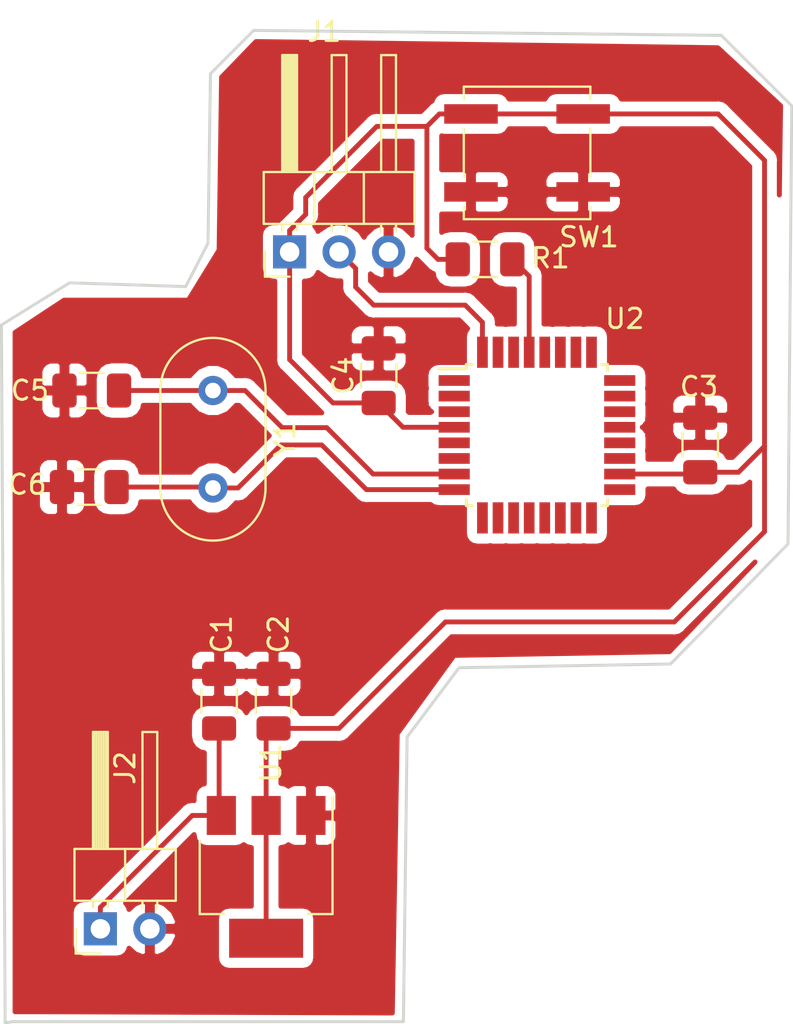
<source format=kicad_pcb>
(kicad_pcb (version 20171130) (host pcbnew 5.0.2+dfsg1-1)

  (general
    (thickness 1.6)
    (drawings 15)
    (tracks 61)
    (zones 0)
    (modules 13)
    (nets 30)
  )

  (page A4)
  (layers
    (0 F.Cu signal)
    (31 B.Cu signal)
    (32 B.Adhes user)
    (33 F.Adhes user)
    (34 B.Paste user)
    (35 F.Paste user)
    (36 B.SilkS user)
    (37 F.SilkS user)
    (38 B.Mask user)
    (39 F.Mask user)
    (40 Dwgs.User user)
    (41 Cmts.User user)
    (42 Eco1.User user)
    (43 Eco2.User user)
    (44 Edge.Cuts user)
    (45 Margin user)
    (46 B.CrtYd user)
    (47 F.CrtYd user)
    (48 B.Fab user)
    (49 F.Fab user)
  )

  (setup
    (last_trace_width 0.25)
    (trace_clearance 0.2)
    (zone_clearance 0.508)
    (zone_45_only no)
    (trace_min 0.2)
    (segment_width 0.2)
    (edge_width 0.15)
    (via_size 0.8)
    (via_drill 0.4)
    (via_min_size 0.4)
    (via_min_drill 0.3)
    (uvia_size 0.3)
    (uvia_drill 0.1)
    (uvias_allowed no)
    (uvia_min_size 0.2)
    (uvia_min_drill 0.1)
    (pcb_text_width 0.3)
    (pcb_text_size 1.5 1.5)
    (mod_edge_width 0.15)
    (mod_text_size 1 1)
    (mod_text_width 0.15)
    (pad_size 1.524 1.524)
    (pad_drill 0.762)
    (pad_to_mask_clearance 0.051)
    (solder_mask_min_width 0.25)
    (aux_axis_origin 0 0)
    (visible_elements FFFFFF7F)
    (pcbplotparams
      (layerselection 0x010fc_ffffffff)
      (usegerberextensions false)
      (usegerberattributes false)
      (usegerberadvancedattributes false)
      (creategerberjobfile false)
      (excludeedgelayer true)
      (linewidth 0.100000)
      (plotframeref false)
      (viasonmask false)
      (mode 1)
      (useauxorigin false)
      (hpglpennumber 1)
      (hpglpenspeed 20)
      (hpglpendiameter 15.000000)
      (psnegative false)
      (psa4output false)
      (plotreference true)
      (plotvalue true)
      (plotinvisibletext false)
      (padsonsilk false)
      (subtractmaskfromsilk false)
      (outputformat 1)
      (mirror false)
      (drillshape 1)
      (scaleselection 1)
      (outputdirectory ""))
  )

  (net 0 "")
  (net 1 +9V)
  (net 2 GND)
  (net 3 VCC_5V)
  (net 4 "Net-(C5-Pad2)")
  (net 5 "Net-(C6-Pad2)")
  (net 6 DHT21_DATA)
  (net 7 "Net-(R1-Pad2)")
  (net 8 "Net-(U2-Pad1)")
  (net 9 "Net-(U2-Pad2)")
  (net 10 "Net-(U2-Pad9)")
  (net 11 "Net-(U2-Pad10)")
  (net 12 "Net-(U2-Pad11)")
  (net 13 "Net-(U2-Pad12)")
  (net 14 "Net-(U2-Pad13)")
  (net 15 "Net-(U2-Pad14)")
  (net 16 "Net-(U2-Pad15)")
  (net 17 "Net-(U2-Pad16)")
  (net 18 "Net-(U2-Pad17)")
  (net 19 "Net-(U2-Pad19)")
  (net 20 "Net-(U2-Pad20)")
  (net 21 "Net-(U2-Pad22)")
  (net 22 "Net-(U2-Pad23)")
  (net 23 "Net-(U2-Pad24)")
  (net 24 "Net-(U2-Pad25)")
  (net 25 "Net-(U2-Pad26)")
  (net 26 "Net-(U2-Pad27)")
  (net 27 "Net-(U2-Pad28)")
  (net 28 "Net-(U2-Pad30)")
  (net 29 "Net-(U2-Pad31)")

  (net_class Default "This is the default net class."
    (clearance 0.2)
    (trace_width 0.25)
    (via_dia 0.8)
    (via_drill 0.4)
    (uvia_dia 0.3)
    (uvia_drill 0.1)
    (add_net +9V)
    (add_net DHT21_DATA)
    (add_net GND)
    (add_net "Net-(C5-Pad2)")
    (add_net "Net-(C6-Pad2)")
    (add_net "Net-(R1-Pad2)")
    (add_net "Net-(U2-Pad1)")
    (add_net "Net-(U2-Pad10)")
    (add_net "Net-(U2-Pad11)")
    (add_net "Net-(U2-Pad12)")
    (add_net "Net-(U2-Pad13)")
    (add_net "Net-(U2-Pad14)")
    (add_net "Net-(U2-Pad15)")
    (add_net "Net-(U2-Pad16)")
    (add_net "Net-(U2-Pad17)")
    (add_net "Net-(U2-Pad19)")
    (add_net "Net-(U2-Pad2)")
    (add_net "Net-(U2-Pad20)")
    (add_net "Net-(U2-Pad22)")
    (add_net "Net-(U2-Pad23)")
    (add_net "Net-(U2-Pad24)")
    (add_net "Net-(U2-Pad25)")
    (add_net "Net-(U2-Pad26)")
    (add_net "Net-(U2-Pad27)")
    (add_net "Net-(U2-Pad28)")
    (add_net "Net-(U2-Pad30)")
    (add_net "Net-(U2-Pad31)")
    (add_net "Net-(U2-Pad9)")
    (add_net VCC_5V)
  )

  (module Capacitor_SMD:C_1206_3216Metric (layer F.Cu) (tedit 5B301BBE) (tstamp 5FE7690A)
    (at 76.6445 56.4515 90)
    (descr "Capacitor SMD 1206 (3216 Metric), square (rectangular) end terminal, IPC_7351 nominal, (Body size source: http://www.tortai-tech.com/upload/download/2011102023233369053.pdf), generated with kicad-footprint-generator")
    (tags capacitor)
    (path /5FDADEC2)
    (attr smd)
    (fp_text reference C1 (at 3.429 0.127 90) (layer F.SilkS)
      (effects (font (size 1 1) (thickness 0.15)))
    )
    (fp_text value 100nf (at 0.381 -1.905 90) (layer F.Fab)
      (effects (font (size 1 1) (thickness 0.15)))
    )
    (fp_line (start -1.6 0.8) (end -1.6 -0.8) (layer F.Fab) (width 0.1))
    (fp_line (start -1.6 -0.8) (end 1.6 -0.8) (layer F.Fab) (width 0.1))
    (fp_line (start 1.6 -0.8) (end 1.6 0.8) (layer F.Fab) (width 0.1))
    (fp_line (start 1.6 0.8) (end -1.6 0.8) (layer F.Fab) (width 0.1))
    (fp_line (start -0.602064 -0.91) (end 0.602064 -0.91) (layer F.SilkS) (width 0.12))
    (fp_line (start -0.602064 0.91) (end 0.602064 0.91) (layer F.SilkS) (width 0.12))
    (fp_line (start -2.28 1.12) (end -2.28 -1.12) (layer F.CrtYd) (width 0.05))
    (fp_line (start -2.28 -1.12) (end 2.28 -1.12) (layer F.CrtYd) (width 0.05))
    (fp_line (start 2.28 -1.12) (end 2.28 1.12) (layer F.CrtYd) (width 0.05))
    (fp_line (start 2.28 1.12) (end -2.28 1.12) (layer F.CrtYd) (width 0.05))
    (fp_text user %R (at 0 0 90) (layer F.Fab)
      (effects (font (size 0.8 0.8) (thickness 0.12)))
    )
    (pad 1 smd roundrect (at -1.4 0 90) (size 1.25 1.75) (layers F.Cu F.Paste F.Mask) (roundrect_rratio 0.2)
      (net 1 +9V))
    (pad 2 smd roundrect (at 1.4 0 90) (size 1.25 1.75) (layers F.Cu F.Paste F.Mask) (roundrect_rratio 0.2)
      (net 2 GND))
    (model ${KISYS3DMOD}/Capacitor_SMD.3dshapes/C_1206_3216Metric.wrl
      (at (xyz 0 0 0))
      (scale (xyz 1 1 1))
      (rotate (xyz 0 0 0))
    )
  )

  (module Capacitor_SMD:C_1206_3216Metric (layer F.Cu) (tedit 5B301BBE) (tstamp 5FE7691B)
    (at 79.4385 56.4515 90)
    (descr "Capacitor SMD 1206 (3216 Metric), square (rectangular) end terminal, IPC_7351 nominal, (Body size source: http://www.tortai-tech.com/upload/download/2011102023233369053.pdf), generated with kicad-footprint-generator")
    (tags capacitor)
    (path /5FDADEFF)
    (attr smd)
    (fp_text reference C2 (at 3.432 0.254 90) (layer F.SilkS)
      (effects (font (size 1 1) (thickness 0.15)))
    )
    (fp_text value 100nf (at 0.127 1.905 90) (layer F.Fab)
      (effects (font (size 1 1) (thickness 0.15)))
    )
    (fp_text user %R (at 0 0 90) (layer F.Fab)
      (effects (font (size 0.8 0.8) (thickness 0.12)))
    )
    (fp_line (start 2.28 1.12) (end -2.28 1.12) (layer F.CrtYd) (width 0.05))
    (fp_line (start 2.28 -1.12) (end 2.28 1.12) (layer F.CrtYd) (width 0.05))
    (fp_line (start -2.28 -1.12) (end 2.28 -1.12) (layer F.CrtYd) (width 0.05))
    (fp_line (start -2.28 1.12) (end -2.28 -1.12) (layer F.CrtYd) (width 0.05))
    (fp_line (start -0.602064 0.91) (end 0.602064 0.91) (layer F.SilkS) (width 0.12))
    (fp_line (start -0.602064 -0.91) (end 0.602064 -0.91) (layer F.SilkS) (width 0.12))
    (fp_line (start 1.6 0.8) (end -1.6 0.8) (layer F.Fab) (width 0.1))
    (fp_line (start 1.6 -0.8) (end 1.6 0.8) (layer F.Fab) (width 0.1))
    (fp_line (start -1.6 -0.8) (end 1.6 -0.8) (layer F.Fab) (width 0.1))
    (fp_line (start -1.6 0.8) (end -1.6 -0.8) (layer F.Fab) (width 0.1))
    (pad 2 smd roundrect (at 1.4 0 90) (size 1.25 1.75) (layers F.Cu F.Paste F.Mask) (roundrect_rratio 0.2)
      (net 2 GND))
    (pad 1 smd roundrect (at -1.4 0 90) (size 1.25 1.75) (layers F.Cu F.Paste F.Mask) (roundrect_rratio 0.2)
      (net 3 VCC_5V))
    (model ${KISYS3DMOD}/Capacitor_SMD.3dshapes/C_1206_3216Metric.wrl
      (at (xyz 0 0 0))
      (scale (xyz 1 1 1))
      (rotate (xyz 0 0 0))
    )
  )

  (module Capacitor_SMD:C_1206_3216Metric (layer F.Cu) (tedit 5B301BBE) (tstamp 5FE7692C)
    (at 101.346 43.307 90)
    (descr "Capacitor SMD 1206 (3216 Metric), square (rectangular) end terminal, IPC_7351 nominal, (Body size source: http://www.tortai-tech.com/upload/download/2011102023233369053.pdf), generated with kicad-footprint-generator")
    (tags capacitor)
    (path /5FDAE76A)
    (attr smd)
    (fp_text reference C3 (at 2.9845 -0.0635 180) (layer F.SilkS)
      (effects (font (size 1 1) (thickness 0.15)))
    )
    (fp_text value 0.1uf (at -3.048 0.254 180) (layer F.Fab)
      (effects (font (size 1 1) (thickness 0.15)))
    )
    (fp_text user %R (at 0 0 90) (layer F.Fab)
      (effects (font (size 0.8 0.8) (thickness 0.12)))
    )
    (fp_line (start 2.28 1.12) (end -2.28 1.12) (layer F.CrtYd) (width 0.05))
    (fp_line (start 2.28 -1.12) (end 2.28 1.12) (layer F.CrtYd) (width 0.05))
    (fp_line (start -2.28 -1.12) (end 2.28 -1.12) (layer F.CrtYd) (width 0.05))
    (fp_line (start -2.28 1.12) (end -2.28 -1.12) (layer F.CrtYd) (width 0.05))
    (fp_line (start -0.602064 0.91) (end 0.602064 0.91) (layer F.SilkS) (width 0.12))
    (fp_line (start -0.602064 -0.91) (end 0.602064 -0.91) (layer F.SilkS) (width 0.12))
    (fp_line (start 1.6 0.8) (end -1.6 0.8) (layer F.Fab) (width 0.1))
    (fp_line (start 1.6 -0.8) (end 1.6 0.8) (layer F.Fab) (width 0.1))
    (fp_line (start -1.6 -0.8) (end 1.6 -0.8) (layer F.Fab) (width 0.1))
    (fp_line (start -1.6 0.8) (end -1.6 -0.8) (layer F.Fab) (width 0.1))
    (pad 2 smd roundrect (at 1.4 0 90) (size 1.25 1.75) (layers F.Cu F.Paste F.Mask) (roundrect_rratio 0.2)
      (net 2 GND))
    (pad 1 smd roundrect (at -1.4 0 90) (size 1.25 1.75) (layers F.Cu F.Paste F.Mask) (roundrect_rratio 0.2)
      (net 3 VCC_5V))
    (model ${KISYS3DMOD}/Capacitor_SMD.3dshapes/C_1206_3216Metric.wrl
      (at (xyz 0 0 0))
      (scale (xyz 1 1 1))
      (rotate (xyz 0 0 0))
    )
  )

  (module Capacitor_SMD:C_1206_3216Metric (layer F.Cu) (tedit 5B301BBE) (tstamp 5FE7693D)
    (at 84.836 39.751 90)
    (descr "Capacitor SMD 1206 (3216 Metric), square (rectangular) end terminal, IPC_7351 nominal, (Body size source: http://www.tortai-tech.com/upload/download/2011102023233369053.pdf), generated with kicad-footprint-generator")
    (tags capacitor)
    (path /5FDAE714)
    (attr smd)
    (fp_text reference C4 (at 0 -1.82 90) (layer F.SilkS)
      (effects (font (size 1 1) (thickness 0.15)))
    )
    (fp_text value 0.1uf (at 0 1.82 90) (layer F.Fab)
      (effects (font (size 1 1) (thickness 0.15)))
    )
    (fp_line (start -1.6 0.8) (end -1.6 -0.8) (layer F.Fab) (width 0.1))
    (fp_line (start -1.6 -0.8) (end 1.6 -0.8) (layer F.Fab) (width 0.1))
    (fp_line (start 1.6 -0.8) (end 1.6 0.8) (layer F.Fab) (width 0.1))
    (fp_line (start 1.6 0.8) (end -1.6 0.8) (layer F.Fab) (width 0.1))
    (fp_line (start -0.602064 -0.91) (end 0.602064 -0.91) (layer F.SilkS) (width 0.12))
    (fp_line (start -0.602064 0.91) (end 0.602064 0.91) (layer F.SilkS) (width 0.12))
    (fp_line (start -2.28 1.12) (end -2.28 -1.12) (layer F.CrtYd) (width 0.05))
    (fp_line (start -2.28 -1.12) (end 2.28 -1.12) (layer F.CrtYd) (width 0.05))
    (fp_line (start 2.28 -1.12) (end 2.28 1.12) (layer F.CrtYd) (width 0.05))
    (fp_line (start 2.28 1.12) (end -2.28 1.12) (layer F.CrtYd) (width 0.05))
    (fp_text user %R (at 0 0 90) (layer F.Fab)
      (effects (font (size 0.8 0.8) (thickness 0.12)))
    )
    (pad 1 smd roundrect (at -1.4 0 90) (size 1.25 1.75) (layers F.Cu F.Paste F.Mask) (roundrect_rratio 0.2)
      (net 3 VCC_5V))
    (pad 2 smd roundrect (at 1.4 0 90) (size 1.25 1.75) (layers F.Cu F.Paste F.Mask) (roundrect_rratio 0.2)
      (net 2 GND))
    (model ${KISYS3DMOD}/Capacitor_SMD.3dshapes/C_1206_3216Metric.wrl
      (at (xyz 0 0 0))
      (scale (xyz 1 1 1))
      (rotate (xyz 0 0 0))
    )
  )

  (module Capacitor_SMD:C_1206_3216Metric (layer F.Cu) (tedit 5B301BBE) (tstamp 5FE7694E)
    (at 70.104 40.513)
    (descr "Capacitor SMD 1206 (3216 Metric), square (rectangular) end terminal, IPC_7351 nominal, (Body size source: http://www.tortai-tech.com/upload/download/2011102023233369053.pdf), generated with kicad-footprint-generator")
    (tags capacitor)
    (path /5FDAF07C)
    (attr smd)
    (fp_text reference C5 (at -3.175 0) (layer F.SilkS)
      (effects (font (size 1 1) (thickness 0.15)))
    )
    (fp_text value 22pf (at 0 1.82) (layer F.Fab)
      (effects (font (size 1 1) (thickness 0.15)))
    )
    (fp_line (start -1.6 0.8) (end -1.6 -0.8) (layer F.Fab) (width 0.1))
    (fp_line (start -1.6 -0.8) (end 1.6 -0.8) (layer F.Fab) (width 0.1))
    (fp_line (start 1.6 -0.8) (end 1.6 0.8) (layer F.Fab) (width 0.1))
    (fp_line (start 1.6 0.8) (end -1.6 0.8) (layer F.Fab) (width 0.1))
    (fp_line (start -0.602064 -0.91) (end 0.602064 -0.91) (layer F.SilkS) (width 0.12))
    (fp_line (start -0.602064 0.91) (end 0.602064 0.91) (layer F.SilkS) (width 0.12))
    (fp_line (start -2.28 1.12) (end -2.28 -1.12) (layer F.CrtYd) (width 0.05))
    (fp_line (start -2.28 -1.12) (end 2.28 -1.12) (layer F.CrtYd) (width 0.05))
    (fp_line (start 2.28 -1.12) (end 2.28 1.12) (layer F.CrtYd) (width 0.05))
    (fp_line (start 2.28 1.12) (end -2.28 1.12) (layer F.CrtYd) (width 0.05))
    (fp_text user %R (at 0 0) (layer F.Fab)
      (effects (font (size 0.8 0.8) (thickness 0.12)))
    )
    (pad 1 smd roundrect (at -1.4 0) (size 1.25 1.75) (layers F.Cu F.Paste F.Mask) (roundrect_rratio 0.2)
      (net 2 GND))
    (pad 2 smd roundrect (at 1.4 0) (size 1.25 1.75) (layers F.Cu F.Paste F.Mask) (roundrect_rratio 0.2)
      (net 4 "Net-(C5-Pad2)"))
    (model ${KISYS3DMOD}/Capacitor_SMD.3dshapes/C_1206_3216Metric.wrl
      (at (xyz 0 0 0))
      (scale (xyz 1 1 1))
      (rotate (xyz 0 0 0))
    )
  )

  (module Capacitor_SMD:C_1206_3216Metric (layer F.Cu) (tedit 5B301BBE) (tstamp 5FE7695F)
    (at 69.977 45.466)
    (descr "Capacitor SMD 1206 (3216 Metric), square (rectangular) end terminal, IPC_7351 nominal, (Body size source: http://www.tortai-tech.com/upload/download/2011102023233369053.pdf), generated with kicad-footprint-generator")
    (tags capacitor)
    (path /5FDAF0DF)
    (attr smd)
    (fp_text reference C6 (at -3.175 -0.127) (layer F.SilkS)
      (effects (font (size 1 1) (thickness 0.15)))
    )
    (fp_text value 22pf (at 0 1.82) (layer F.Fab)
      (effects (font (size 1 1) (thickness 0.15)))
    )
    (fp_text user %R (at 0 0) (layer F.Fab)
      (effects (font (size 0.8 0.8) (thickness 0.12)))
    )
    (fp_line (start 2.28 1.12) (end -2.28 1.12) (layer F.CrtYd) (width 0.05))
    (fp_line (start 2.28 -1.12) (end 2.28 1.12) (layer F.CrtYd) (width 0.05))
    (fp_line (start -2.28 -1.12) (end 2.28 -1.12) (layer F.CrtYd) (width 0.05))
    (fp_line (start -2.28 1.12) (end -2.28 -1.12) (layer F.CrtYd) (width 0.05))
    (fp_line (start -0.602064 0.91) (end 0.602064 0.91) (layer F.SilkS) (width 0.12))
    (fp_line (start -0.602064 -0.91) (end 0.602064 -0.91) (layer F.SilkS) (width 0.12))
    (fp_line (start 1.6 0.8) (end -1.6 0.8) (layer F.Fab) (width 0.1))
    (fp_line (start 1.6 -0.8) (end 1.6 0.8) (layer F.Fab) (width 0.1))
    (fp_line (start -1.6 -0.8) (end 1.6 -0.8) (layer F.Fab) (width 0.1))
    (fp_line (start -1.6 0.8) (end -1.6 -0.8) (layer F.Fab) (width 0.1))
    (pad 2 smd roundrect (at 1.4 0) (size 1.25 1.75) (layers F.Cu F.Paste F.Mask) (roundrect_rratio 0.2)
      (net 5 "Net-(C6-Pad2)"))
    (pad 1 smd roundrect (at -1.4 0) (size 1.25 1.75) (layers F.Cu F.Paste F.Mask) (roundrect_rratio 0.2)
      (net 2 GND))
    (model ${KISYS3DMOD}/Capacitor_SMD.3dshapes/C_1206_3216Metric.wrl
      (at (xyz 0 0 0))
      (scale (xyz 1 1 1))
      (rotate (xyz 0 0 0))
    )
  )

  (module Connector_PinHeader_2.54mm:PinHeader_1x03_P2.54mm_Horizontal (layer F.Cu) (tedit 59FED5CB) (tstamp 5FE7699F)
    (at 80.264 33.401 90)
    (descr "Through hole angled pin header, 1x03, 2.54mm pitch, 6mm pin length, single row")
    (tags "Through hole angled pin header THT 1x03 2.54mm single row")
    (path /5FDAF38D)
    (fp_text reference J1 (at 11.303 1.778 180) (layer F.SilkS)
      (effects (font (size 1 1) (thickness 0.15)))
    )
    (fp_text value Conn_01x03_Female (at 5.207 -3.556 90) (layer F.Fab)
      (effects (font (size 1 1) (thickness 0.15)))
    )
    (fp_line (start 2.135 -1.27) (end 4.04 -1.27) (layer F.Fab) (width 0.1))
    (fp_line (start 4.04 -1.27) (end 4.04 6.35) (layer F.Fab) (width 0.1))
    (fp_line (start 4.04 6.35) (end 1.5 6.35) (layer F.Fab) (width 0.1))
    (fp_line (start 1.5 6.35) (end 1.5 -0.635) (layer F.Fab) (width 0.1))
    (fp_line (start 1.5 -0.635) (end 2.135 -1.27) (layer F.Fab) (width 0.1))
    (fp_line (start -0.32 -0.32) (end 1.5 -0.32) (layer F.Fab) (width 0.1))
    (fp_line (start -0.32 -0.32) (end -0.32 0.32) (layer F.Fab) (width 0.1))
    (fp_line (start -0.32 0.32) (end 1.5 0.32) (layer F.Fab) (width 0.1))
    (fp_line (start 4.04 -0.32) (end 10.04 -0.32) (layer F.Fab) (width 0.1))
    (fp_line (start 10.04 -0.32) (end 10.04 0.32) (layer F.Fab) (width 0.1))
    (fp_line (start 4.04 0.32) (end 10.04 0.32) (layer F.Fab) (width 0.1))
    (fp_line (start -0.32 2.22) (end 1.5 2.22) (layer F.Fab) (width 0.1))
    (fp_line (start -0.32 2.22) (end -0.32 2.86) (layer F.Fab) (width 0.1))
    (fp_line (start -0.32 2.86) (end 1.5 2.86) (layer F.Fab) (width 0.1))
    (fp_line (start 4.04 2.22) (end 10.04 2.22) (layer F.Fab) (width 0.1))
    (fp_line (start 10.04 2.22) (end 10.04 2.86) (layer F.Fab) (width 0.1))
    (fp_line (start 4.04 2.86) (end 10.04 2.86) (layer F.Fab) (width 0.1))
    (fp_line (start -0.32 4.76) (end 1.5 4.76) (layer F.Fab) (width 0.1))
    (fp_line (start -0.32 4.76) (end -0.32 5.4) (layer F.Fab) (width 0.1))
    (fp_line (start -0.32 5.4) (end 1.5 5.4) (layer F.Fab) (width 0.1))
    (fp_line (start 4.04 4.76) (end 10.04 4.76) (layer F.Fab) (width 0.1))
    (fp_line (start 10.04 4.76) (end 10.04 5.4) (layer F.Fab) (width 0.1))
    (fp_line (start 4.04 5.4) (end 10.04 5.4) (layer F.Fab) (width 0.1))
    (fp_line (start 1.44 -1.33) (end 1.44 6.41) (layer F.SilkS) (width 0.12))
    (fp_line (start 1.44 6.41) (end 4.1 6.41) (layer F.SilkS) (width 0.12))
    (fp_line (start 4.1 6.41) (end 4.1 -1.33) (layer F.SilkS) (width 0.12))
    (fp_line (start 4.1 -1.33) (end 1.44 -1.33) (layer F.SilkS) (width 0.12))
    (fp_line (start 4.1 -0.38) (end 10.1 -0.38) (layer F.SilkS) (width 0.12))
    (fp_line (start 10.1 -0.38) (end 10.1 0.38) (layer F.SilkS) (width 0.12))
    (fp_line (start 10.1 0.38) (end 4.1 0.38) (layer F.SilkS) (width 0.12))
    (fp_line (start 4.1 -0.32) (end 10.1 -0.32) (layer F.SilkS) (width 0.12))
    (fp_line (start 4.1 -0.2) (end 10.1 -0.2) (layer F.SilkS) (width 0.12))
    (fp_line (start 4.1 -0.08) (end 10.1 -0.08) (layer F.SilkS) (width 0.12))
    (fp_line (start 4.1 0.04) (end 10.1 0.04) (layer F.SilkS) (width 0.12))
    (fp_line (start 4.1 0.16) (end 10.1 0.16) (layer F.SilkS) (width 0.12))
    (fp_line (start 4.1 0.28) (end 10.1 0.28) (layer F.SilkS) (width 0.12))
    (fp_line (start 1.11 -0.38) (end 1.44 -0.38) (layer F.SilkS) (width 0.12))
    (fp_line (start 1.11 0.38) (end 1.44 0.38) (layer F.SilkS) (width 0.12))
    (fp_line (start 1.44 1.27) (end 4.1 1.27) (layer F.SilkS) (width 0.12))
    (fp_line (start 4.1 2.16) (end 10.1 2.16) (layer F.SilkS) (width 0.12))
    (fp_line (start 10.1 2.16) (end 10.1 2.92) (layer F.SilkS) (width 0.12))
    (fp_line (start 10.1 2.92) (end 4.1 2.92) (layer F.SilkS) (width 0.12))
    (fp_line (start 1.042929 2.16) (end 1.44 2.16) (layer F.SilkS) (width 0.12))
    (fp_line (start 1.042929 2.92) (end 1.44 2.92) (layer F.SilkS) (width 0.12))
    (fp_line (start 1.44 3.81) (end 4.1 3.81) (layer F.SilkS) (width 0.12))
    (fp_line (start 4.1 4.7) (end 10.1 4.7) (layer F.SilkS) (width 0.12))
    (fp_line (start 10.1 4.7) (end 10.1 5.46) (layer F.SilkS) (width 0.12))
    (fp_line (start 10.1 5.46) (end 4.1 5.46) (layer F.SilkS) (width 0.12))
    (fp_line (start 1.042929 4.7) (end 1.44 4.7) (layer F.SilkS) (width 0.12))
    (fp_line (start 1.042929 5.46) (end 1.44 5.46) (layer F.SilkS) (width 0.12))
    (fp_line (start -1.27 0) (end -1.27 -1.27) (layer F.SilkS) (width 0.12))
    (fp_line (start -1.27 -1.27) (end 0 -1.27) (layer F.SilkS) (width 0.12))
    (fp_line (start -1.8 -1.8) (end -1.8 6.85) (layer F.CrtYd) (width 0.05))
    (fp_line (start -1.8 6.85) (end 10.55 6.85) (layer F.CrtYd) (width 0.05))
    (fp_line (start 10.55 6.85) (end 10.55 -1.8) (layer F.CrtYd) (width 0.05))
    (fp_line (start 10.55 -1.8) (end -1.8 -1.8) (layer F.CrtYd) (width 0.05))
    (fp_text user %R (at 2.77 2.54 180) (layer F.Fab)
      (effects (font (size 1 1) (thickness 0.15)))
    )
    (pad 1 thru_hole rect (at 0 0 90) (size 1.7 1.7) (drill 1) (layers *.Cu *.Mask)
      (net 3 VCC_5V))
    (pad 2 thru_hole oval (at 0 2.54 90) (size 1.7 1.7) (drill 1) (layers *.Cu *.Mask)
      (net 6 DHT21_DATA))
    (pad 3 thru_hole oval (at 0 5.08 90) (size 1.7 1.7) (drill 1) (layers *.Cu *.Mask)
      (net 2 GND))
    (model ${KISYS3DMOD}/Connector_PinHeader_2.54mm.3dshapes/PinHeader_1x03_P2.54mm_Horizontal.wrl
      (at (xyz 0 0 0))
      (scale (xyz 1 1 1))
      (rotate (xyz 0 0 0))
    )
  )

  (module Connector_PinHeader_2.54mm:PinHeader_1x02_P2.54mm_Horizontal (layer F.Cu) (tedit 59FED5CB) (tstamp 5FE769D2)
    (at 70.5485 68.1355 90)
    (descr "Through hole angled pin header, 1x02, 2.54mm pitch, 6mm pin length, single row")
    (tags "Through hole angled pin header THT 1x02 2.54mm single row")
    (path /5FDAE38B)
    (fp_text reference J2 (at 8.255 1.27 90) (layer F.SilkS)
      (effects (font (size 1 1) (thickness 0.15)))
    )
    (fp_text value Power_Port (at 2.286 -2.54 90) (layer F.Fab)
      (effects (font (size 1 1) (thickness 0.15)))
    )
    (fp_line (start 2.135 -1.27) (end 4.04 -1.27) (layer F.Fab) (width 0.1))
    (fp_line (start 4.04 -1.27) (end 4.04 3.81) (layer F.Fab) (width 0.1))
    (fp_line (start 4.04 3.81) (end 1.5 3.81) (layer F.Fab) (width 0.1))
    (fp_line (start 1.5 3.81) (end 1.5 -0.635) (layer F.Fab) (width 0.1))
    (fp_line (start 1.5 -0.635) (end 2.135 -1.27) (layer F.Fab) (width 0.1))
    (fp_line (start -0.32 -0.32) (end 1.5 -0.32) (layer F.Fab) (width 0.1))
    (fp_line (start -0.32 -0.32) (end -0.32 0.32) (layer F.Fab) (width 0.1))
    (fp_line (start -0.32 0.32) (end 1.5 0.32) (layer F.Fab) (width 0.1))
    (fp_line (start 4.04 -0.32) (end 10.04 -0.32) (layer F.Fab) (width 0.1))
    (fp_line (start 10.04 -0.32) (end 10.04 0.32) (layer F.Fab) (width 0.1))
    (fp_line (start 4.04 0.32) (end 10.04 0.32) (layer F.Fab) (width 0.1))
    (fp_line (start -0.32 2.22) (end 1.5 2.22) (layer F.Fab) (width 0.1))
    (fp_line (start -0.32 2.22) (end -0.32 2.86) (layer F.Fab) (width 0.1))
    (fp_line (start -0.32 2.86) (end 1.5 2.86) (layer F.Fab) (width 0.1))
    (fp_line (start 4.04 2.22) (end 10.04 2.22) (layer F.Fab) (width 0.1))
    (fp_line (start 10.04 2.22) (end 10.04 2.86) (layer F.Fab) (width 0.1))
    (fp_line (start 4.04 2.86) (end 10.04 2.86) (layer F.Fab) (width 0.1))
    (fp_line (start 1.44 -1.33) (end 1.44 3.87) (layer F.SilkS) (width 0.12))
    (fp_line (start 1.44 3.87) (end 4.1 3.87) (layer F.SilkS) (width 0.12))
    (fp_line (start 4.1 3.87) (end 4.1 -1.33) (layer F.SilkS) (width 0.12))
    (fp_line (start 4.1 -1.33) (end 1.44 -1.33) (layer F.SilkS) (width 0.12))
    (fp_line (start 4.1 -0.38) (end 10.1 -0.38) (layer F.SilkS) (width 0.12))
    (fp_line (start 10.1 -0.38) (end 10.1 0.38) (layer F.SilkS) (width 0.12))
    (fp_line (start 10.1 0.38) (end 4.1 0.38) (layer F.SilkS) (width 0.12))
    (fp_line (start 4.1 -0.32) (end 10.1 -0.32) (layer F.SilkS) (width 0.12))
    (fp_line (start 4.1 -0.2) (end 10.1 -0.2) (layer F.SilkS) (width 0.12))
    (fp_line (start 4.1 -0.08) (end 10.1 -0.08) (layer F.SilkS) (width 0.12))
    (fp_line (start 4.1 0.04) (end 10.1 0.04) (layer F.SilkS) (width 0.12))
    (fp_line (start 4.1 0.16) (end 10.1 0.16) (layer F.SilkS) (width 0.12))
    (fp_line (start 4.1 0.28) (end 10.1 0.28) (layer F.SilkS) (width 0.12))
    (fp_line (start 1.11 -0.38) (end 1.44 -0.38) (layer F.SilkS) (width 0.12))
    (fp_line (start 1.11 0.38) (end 1.44 0.38) (layer F.SilkS) (width 0.12))
    (fp_line (start 1.44 1.27) (end 4.1 1.27) (layer F.SilkS) (width 0.12))
    (fp_line (start 4.1 2.16) (end 10.1 2.16) (layer F.SilkS) (width 0.12))
    (fp_line (start 10.1 2.16) (end 10.1 2.92) (layer F.SilkS) (width 0.12))
    (fp_line (start 10.1 2.92) (end 4.1 2.92) (layer F.SilkS) (width 0.12))
    (fp_line (start 1.042929 2.16) (end 1.44 2.16) (layer F.SilkS) (width 0.12))
    (fp_line (start 1.042929 2.92) (end 1.44 2.92) (layer F.SilkS) (width 0.12))
    (fp_line (start -1.27 0) (end -1.27 -1.27) (layer F.SilkS) (width 0.12))
    (fp_line (start -1.27 -1.27) (end 0 -1.27) (layer F.SilkS) (width 0.12))
    (fp_line (start -1.8 -1.8) (end -1.8 4.35) (layer F.CrtYd) (width 0.05))
    (fp_line (start -1.8 4.35) (end 10.55 4.35) (layer F.CrtYd) (width 0.05))
    (fp_line (start 10.55 4.35) (end 10.55 -1.8) (layer F.CrtYd) (width 0.05))
    (fp_line (start 10.55 -1.8) (end -1.8 -1.8) (layer F.CrtYd) (width 0.05))
    (fp_text user %R (at 2.77 1.27 180) (layer F.Fab)
      (effects (font (size 1 1) (thickness 0.15)))
    )
    (pad 1 thru_hole rect (at 0 0 90) (size 1.7 1.7) (drill 1) (layers *.Cu *.Mask)
      (net 1 +9V))
    (pad 2 thru_hole oval (at 0 2.54 90) (size 1.7 1.7) (drill 1) (layers *.Cu *.Mask)
      (net 2 GND))
    (model ${KISYS3DMOD}/Connector_PinHeader_2.54mm.3dshapes/PinHeader_1x02_P2.54mm_Horizontal.wrl
      (at (xyz 0 0 0))
      (scale (xyz 1 1 1))
      (rotate (xyz 0 0 0))
    )
  )

  (module Resistor_SMD:R_1206_3216Metric (layer F.Cu) (tedit 5B301BBD) (tstamp 5FE769E3)
    (at 90.297 33.782)
    (descr "Resistor SMD 1206 (3216 Metric), square (rectangular) end terminal, IPC_7351 nominal, (Body size source: http://www.tortai-tech.com/upload/download/2011102023233369053.pdf), generated with kicad-footprint-generator")
    (tags resistor)
    (path /5FDAD93C)
    (attr smd)
    (fp_text reference R1 (at 3.3655 -0.0635) (layer F.SilkS)
      (effects (font (size 1 1) (thickness 0.15)))
    )
    (fp_text value "100 K" (at 0 1.82) (layer F.Fab)
      (effects (font (size 1 1) (thickness 0.15)))
    )
    (fp_line (start -1.6 0.8) (end -1.6 -0.8) (layer F.Fab) (width 0.1))
    (fp_line (start -1.6 -0.8) (end 1.6 -0.8) (layer F.Fab) (width 0.1))
    (fp_line (start 1.6 -0.8) (end 1.6 0.8) (layer F.Fab) (width 0.1))
    (fp_line (start 1.6 0.8) (end -1.6 0.8) (layer F.Fab) (width 0.1))
    (fp_line (start -0.602064 -0.91) (end 0.602064 -0.91) (layer F.SilkS) (width 0.12))
    (fp_line (start -0.602064 0.91) (end 0.602064 0.91) (layer F.SilkS) (width 0.12))
    (fp_line (start -2.28 1.12) (end -2.28 -1.12) (layer F.CrtYd) (width 0.05))
    (fp_line (start -2.28 -1.12) (end 2.28 -1.12) (layer F.CrtYd) (width 0.05))
    (fp_line (start 2.28 -1.12) (end 2.28 1.12) (layer F.CrtYd) (width 0.05))
    (fp_line (start 2.28 1.12) (end -2.28 1.12) (layer F.CrtYd) (width 0.05))
    (fp_text user %R (at 0 0) (layer F.Fab)
      (effects (font (size 0.8 0.8) (thickness 0.12)))
    )
    (pad 1 smd roundrect (at -1.4 0) (size 1.25 1.75) (layers F.Cu F.Paste F.Mask) (roundrect_rratio 0.2)
      (net 3 VCC_5V))
    (pad 2 smd roundrect (at 1.4 0) (size 1.25 1.75) (layers F.Cu F.Paste F.Mask) (roundrect_rratio 0.2)
      (net 7 "Net-(R1-Pad2)"))
    (model ${KISYS3DMOD}/Resistor_SMD.3dshapes/R_1206_3216Metric.wrl
      (at (xyz 0 0 0))
      (scale (xyz 1 1 1))
      (rotate (xyz 0 0 0))
    )
  )

  (module Button_Switch_SMD:SW_SPST_B3SL-1022P (layer F.Cu) (tedit 5A02FC95) (tstamp 5FE769FD)
    (at 92.456 28.321)
    (descr "Middle Stroke Tactile Switch, B3SL")
    (tags "Middle Stroke Tactile Switch")
    (path /5FDADA0C)
    (attr smd)
    (fp_text reference SW1 (at 3.175 4.318) (layer F.SilkS)
      (effects (font (size 1 1) (thickness 0.15)))
    )
    (fp_text value SW_Push (at 0 -5.842) (layer F.Fab)
      (effects (font (size 1 1) (thickness 0.15)))
    )
    (fp_text user %R (at 0 -4.5) (layer F.Fab)
      (effects (font (size 1 1) (thickness 0.15)))
    )
    (fp_line (start -4.5 3.65) (end 4.5 3.65) (layer F.CrtYd) (width 0.05))
    (fp_line (start 4.5 3.65) (end 4.5 -3.65) (layer F.CrtYd) (width 0.05))
    (fp_line (start 4.5 -3.65) (end -4.5 -3.65) (layer F.CrtYd) (width 0.05))
    (fp_line (start -4.5 -3.65) (end -4.5 3.65) (layer F.CrtYd) (width 0.05))
    (fp_line (start 3.25 2.75) (end 3.25 3.4) (layer F.SilkS) (width 0.12))
    (fp_line (start 3.25 3.4) (end -3.25 3.4) (layer F.SilkS) (width 0.12))
    (fp_line (start -3.25 3.4) (end -3.25 2.75) (layer F.SilkS) (width 0.12))
    (fp_line (start 3.25 -2.75) (end 3.25 -3.4) (layer F.SilkS) (width 0.12))
    (fp_line (start 3.25 -3.4) (end -3.25 -3.4) (layer F.SilkS) (width 0.12))
    (fp_line (start -3.25 -3.4) (end -3.25 -2.75) (layer F.SilkS) (width 0.12))
    (fp_line (start 3.25 -1.25) (end 3.25 1.25) (layer F.SilkS) (width 0.12))
    (fp_line (start -3.25 -1.25) (end -3.25 1.25) (layer F.SilkS) (width 0.12))
    (fp_line (start -3.1 -3.25) (end 3.1 -3.25) (layer F.Fab) (width 0.1))
    (fp_line (start 3.1 -3.25) (end 3.1 3.25) (layer F.Fab) (width 0.1))
    (fp_line (start 3.1 3.25) (end -3.1 3.25) (layer F.Fab) (width 0.1))
    (fp_line (start -3.1 3.25) (end -3.1 -3.25) (layer F.Fab) (width 0.1))
    (fp_circle (center 0 0) (end 1.25 0) (layer F.Fab) (width 0.1))
    (pad 1 smd rect (at -2.88 -2) (size 2.75 1) (layers F.Cu F.Paste F.Mask)
      (net 3 VCC_5V))
    (pad 1 smd rect (at 2.88 -2) (size 2.75 1) (layers F.Cu F.Paste F.Mask)
      (net 3 VCC_5V))
    (pad 2 smd rect (at 2.88 2) (size 2.75 1) (layers F.Cu F.Paste F.Mask)
      (net 2 GND))
    (pad 2 smd rect (at -2.88 2) (size 2.75 1) (layers F.Cu F.Paste F.Mask)
      (net 2 GND))
    (model ${KISYS3DMOD}/Button_Switch_SMD.3dshapes/SW_SPST_B3SL-1022P.wrl
      (at (xyz 0 0 0))
      (scale (xyz 1 1 1))
      (rotate (xyz 0 0 0))
    )
  )

  (module Package_TO_SOT_SMD:SOT-223-3_TabPin2 (layer F.Cu) (tedit 5A02FF57) (tstamp 5FE76A13)
    (at 79.0575 65.4685 270)
    (descr "module CMS SOT223 4 pins")
    (tags "CMS SOT")
    (path /5FDADCE0)
    (attr smd)
    (fp_text reference U1 (at -5.842 -0.254 270) (layer F.SilkS)
      (effects (font (size 1 1) (thickness 0.15)))
    )
    (fp_text value AMS1117-5.0 (at -0.508 -4.826 270) (layer F.Fab)
      (effects (font (size 1 1) (thickness 0.15)))
    )
    (fp_text user %R (at 0 0) (layer F.Fab)
      (effects (font (size 0.8 0.8) (thickness 0.12)))
    )
    (fp_line (start 1.91 3.41) (end 1.91 2.15) (layer F.SilkS) (width 0.12))
    (fp_line (start 1.91 -3.41) (end 1.91 -2.15) (layer F.SilkS) (width 0.12))
    (fp_line (start 4.4 -3.6) (end -4.4 -3.6) (layer F.CrtYd) (width 0.05))
    (fp_line (start 4.4 3.6) (end 4.4 -3.6) (layer F.CrtYd) (width 0.05))
    (fp_line (start -4.4 3.6) (end 4.4 3.6) (layer F.CrtYd) (width 0.05))
    (fp_line (start -4.4 -3.6) (end -4.4 3.6) (layer F.CrtYd) (width 0.05))
    (fp_line (start -1.85 -2.35) (end -0.85 -3.35) (layer F.Fab) (width 0.1))
    (fp_line (start -1.85 -2.35) (end -1.85 3.35) (layer F.Fab) (width 0.1))
    (fp_line (start -1.85 3.41) (end 1.91 3.41) (layer F.SilkS) (width 0.12))
    (fp_line (start -0.85 -3.35) (end 1.85 -3.35) (layer F.Fab) (width 0.1))
    (fp_line (start -4.1 -3.41) (end 1.91 -3.41) (layer F.SilkS) (width 0.12))
    (fp_line (start -1.85 3.35) (end 1.85 3.35) (layer F.Fab) (width 0.1))
    (fp_line (start 1.85 -3.35) (end 1.85 3.35) (layer F.Fab) (width 0.1))
    (pad 2 smd rect (at 3.15 0 270) (size 2 3.8) (layers F.Cu F.Paste F.Mask)
      (net 3 VCC_5V))
    (pad 2 smd rect (at -3.15 0 270) (size 2 1.5) (layers F.Cu F.Paste F.Mask)
      (net 3 VCC_5V))
    (pad 3 smd rect (at -3.15 2.3 270) (size 2 1.5) (layers F.Cu F.Paste F.Mask)
      (net 1 +9V))
    (pad 1 smd rect (at -3.15 -2.3 270) (size 2 1.5) (layers F.Cu F.Paste F.Mask)
      (net 2 GND))
    (model ${KISYS3DMOD}/Package_TO_SOT_SMD.3dshapes/SOT-223.wrl
      (at (xyz 0 0 0))
      (scale (xyz 1 1 1))
      (rotate (xyz 0 0 0))
    )
  )

  (module Package_QFP:TQFP-32_7x7mm_P0.8mm (layer F.Cu) (tedit 5A02F146) (tstamp 5FE76A4A)
    (at 92.964 42.799)
    (descr "32-Lead Plastic Thin Quad Flatpack (PT) - 7x7x1.0 mm Body, 2.00 mm [TQFP] (see Microchip Packaging Specification 00000049BS.pdf)")
    (tags "QFP 0.8")
    (path /5FDAD7C4)
    (attr smd)
    (fp_text reference U2 (at 4.5085 -5.969) (layer F.SilkS)
      (effects (font (size 1 1) (thickness 0.15)))
    )
    (fp_text value ATmega328-AU (at 0 6.05) (layer F.Fab)
      (effects (font (size 1 1) (thickness 0.15)))
    )
    (fp_text user %R (at 0 0) (layer F.Fab)
      (effects (font (size 1 1) (thickness 0.15)))
    )
    (fp_line (start -2.5 -3.5) (end 3.5 -3.5) (layer F.Fab) (width 0.15))
    (fp_line (start 3.5 -3.5) (end 3.5 3.5) (layer F.Fab) (width 0.15))
    (fp_line (start 3.5 3.5) (end -3.5 3.5) (layer F.Fab) (width 0.15))
    (fp_line (start -3.5 3.5) (end -3.5 -2.5) (layer F.Fab) (width 0.15))
    (fp_line (start -3.5 -2.5) (end -2.5 -3.5) (layer F.Fab) (width 0.15))
    (fp_line (start -5.3 -5.3) (end -5.3 5.3) (layer F.CrtYd) (width 0.05))
    (fp_line (start 5.3 -5.3) (end 5.3 5.3) (layer F.CrtYd) (width 0.05))
    (fp_line (start -5.3 -5.3) (end 5.3 -5.3) (layer F.CrtYd) (width 0.05))
    (fp_line (start -5.3 5.3) (end 5.3 5.3) (layer F.CrtYd) (width 0.05))
    (fp_line (start -3.625 -3.625) (end -3.625 -3.4) (layer F.SilkS) (width 0.15))
    (fp_line (start 3.625 -3.625) (end 3.625 -3.3) (layer F.SilkS) (width 0.15))
    (fp_line (start 3.625 3.625) (end 3.625 3.3) (layer F.SilkS) (width 0.15))
    (fp_line (start -3.625 3.625) (end -3.625 3.3) (layer F.SilkS) (width 0.15))
    (fp_line (start -3.625 -3.625) (end -3.3 -3.625) (layer F.SilkS) (width 0.15))
    (fp_line (start -3.625 3.625) (end -3.3 3.625) (layer F.SilkS) (width 0.15))
    (fp_line (start 3.625 3.625) (end 3.3 3.625) (layer F.SilkS) (width 0.15))
    (fp_line (start 3.625 -3.625) (end 3.3 -3.625) (layer F.SilkS) (width 0.15))
    (fp_line (start -3.625 -3.4) (end -5.05 -3.4) (layer F.SilkS) (width 0.15))
    (pad 1 smd rect (at -4.25 -2.8) (size 1.6 0.55) (layers F.Cu F.Paste F.Mask)
      (net 8 "Net-(U2-Pad1)"))
    (pad 2 smd rect (at -4.25 -2) (size 1.6 0.55) (layers F.Cu F.Paste F.Mask)
      (net 9 "Net-(U2-Pad2)"))
    (pad 3 smd rect (at -4.25 -1.2) (size 1.6 0.55) (layers F.Cu F.Paste F.Mask)
      (net 2 GND))
    (pad 4 smd rect (at -4.25 -0.4) (size 1.6 0.55) (layers F.Cu F.Paste F.Mask)
      (net 3 VCC_5V))
    (pad 5 smd rect (at -4.25 0.4) (size 1.6 0.55) (layers F.Cu F.Paste F.Mask)
      (net 2 GND))
    (pad 6 smd rect (at -4.25 1.2) (size 1.6 0.55) (layers F.Cu F.Paste F.Mask)
      (net 3 VCC_5V))
    (pad 7 smd rect (at -4.25 2) (size 1.6 0.55) (layers F.Cu F.Paste F.Mask)
      (net 4 "Net-(C5-Pad2)"))
    (pad 8 smd rect (at -4.25 2.8) (size 1.6 0.55) (layers F.Cu F.Paste F.Mask)
      (net 5 "Net-(C6-Pad2)"))
    (pad 9 smd rect (at -2.8 4.25 90) (size 1.6 0.55) (layers F.Cu F.Paste F.Mask)
      (net 10 "Net-(U2-Pad9)"))
    (pad 10 smd rect (at -2 4.25 90) (size 1.6 0.55) (layers F.Cu F.Paste F.Mask)
      (net 11 "Net-(U2-Pad10)"))
    (pad 11 smd rect (at -1.2 4.25 90) (size 1.6 0.55) (layers F.Cu F.Paste F.Mask)
      (net 12 "Net-(U2-Pad11)"))
    (pad 12 smd rect (at -0.4 4.25 90) (size 1.6 0.55) (layers F.Cu F.Paste F.Mask)
      (net 13 "Net-(U2-Pad12)"))
    (pad 13 smd rect (at 0.4 4.25 90) (size 1.6 0.55) (layers F.Cu F.Paste F.Mask)
      (net 14 "Net-(U2-Pad13)"))
    (pad 14 smd rect (at 1.2 4.25 90) (size 1.6 0.55) (layers F.Cu F.Paste F.Mask)
      (net 15 "Net-(U2-Pad14)"))
    (pad 15 smd rect (at 2 4.25 90) (size 1.6 0.55) (layers F.Cu F.Paste F.Mask)
      (net 16 "Net-(U2-Pad15)"))
    (pad 16 smd rect (at 2.8 4.25 90) (size 1.6 0.55) (layers F.Cu F.Paste F.Mask)
      (net 17 "Net-(U2-Pad16)"))
    (pad 17 smd rect (at 4.25 2.8) (size 1.6 0.55) (layers F.Cu F.Paste F.Mask)
      (net 18 "Net-(U2-Pad17)"))
    (pad 18 smd rect (at 4.25 2) (size 1.6 0.55) (layers F.Cu F.Paste F.Mask)
      (net 3 VCC_5V))
    (pad 19 smd rect (at 4.25 1.2) (size 1.6 0.55) (layers F.Cu F.Paste F.Mask)
      (net 19 "Net-(U2-Pad19)"))
    (pad 20 smd rect (at 4.25 0.4) (size 1.6 0.55) (layers F.Cu F.Paste F.Mask)
      (net 20 "Net-(U2-Pad20)"))
    (pad 21 smd rect (at 4.25 -0.4) (size 1.6 0.55) (layers F.Cu F.Paste F.Mask)
      (net 2 GND))
    (pad 22 smd rect (at 4.25 -1.2) (size 1.6 0.55) (layers F.Cu F.Paste F.Mask)
      (net 21 "Net-(U2-Pad22)"))
    (pad 23 smd rect (at 4.25 -2) (size 1.6 0.55) (layers F.Cu F.Paste F.Mask)
      (net 22 "Net-(U2-Pad23)"))
    (pad 24 smd rect (at 4.25 -2.8) (size 1.6 0.55) (layers F.Cu F.Paste F.Mask)
      (net 23 "Net-(U2-Pad24)"))
    (pad 25 smd rect (at 2.8 -4.25 90) (size 1.6 0.55) (layers F.Cu F.Paste F.Mask)
      (net 24 "Net-(U2-Pad25)"))
    (pad 26 smd rect (at 2 -4.25 90) (size 1.6 0.55) (layers F.Cu F.Paste F.Mask)
      (net 25 "Net-(U2-Pad26)"))
    (pad 27 smd rect (at 1.2 -4.25 90) (size 1.6 0.55) (layers F.Cu F.Paste F.Mask)
      (net 26 "Net-(U2-Pad27)"))
    (pad 28 smd rect (at 0.4 -4.25 90) (size 1.6 0.55) (layers F.Cu F.Paste F.Mask)
      (net 27 "Net-(U2-Pad28)"))
    (pad 29 smd rect (at -0.4 -4.25 90) (size 1.6 0.55) (layers F.Cu F.Paste F.Mask)
      (net 7 "Net-(R1-Pad2)"))
    (pad 30 smd rect (at -1.2 -4.25 90) (size 1.6 0.55) (layers F.Cu F.Paste F.Mask)
      (net 28 "Net-(U2-Pad30)"))
    (pad 31 smd rect (at -2 -4.25 90) (size 1.6 0.55) (layers F.Cu F.Paste F.Mask)
      (net 29 "Net-(U2-Pad31)"))
    (pad 32 smd rect (at -2.8 -4.25 90) (size 1.6 0.55) (layers F.Cu F.Paste F.Mask)
      (net 6 DHT21_DATA))
    (model ${KISYS3DMOD}/Package_QFP.3dshapes/TQFP-32_7x7mm_P0.8mm.wrl
      (at (xyz 0 0 0))
      (scale (xyz 1 1 1))
      (rotate (xyz 0 0 0))
    )
  )

  (module Crystal:Resonator-2Pin_W10.0mm_H5.0mm (layer F.Cu) (tedit 5A0FD1B2) (tstamp 5FE76A61)
    (at 76.327 40.513 270)
    (descr "Ceramic Resomator/Filter 10.0x5.0 RedFrequency MG/MT/MX series, http://www.red-frequency.com/download/datenblatt/redfrequency-datenblatt-ir-zta.pdf, length*width=10.0x5.0mm^2 package, package length=10.0mm, package width=5.0mm, 2 pins")
    (tags "THT ceramic resonator filter")
    (path /5FDAF01C)
    (fp_text reference Y1 (at 2.5 -3.7 270) (layer F.SilkS)
      (effects (font (size 1 1) (thickness 0.15)))
    )
    (fp_text value 20Mhz (at -3.556 0.381) (layer F.Fab)
      (effects (font (size 1 1) (thickness 0.15)))
    )
    (fp_text user %R (at 2.5 0 270) (layer F.Fab)
      (effects (font (size 1 1) (thickness 0.15)))
    )
    (fp_line (start 0 -2.5) (end 5 -2.5) (layer F.Fab) (width 0.1))
    (fp_line (start 0 2.5) (end 5 2.5) (layer F.Fab) (width 0.1))
    (fp_line (start 0 -2.5) (end 5 -2.5) (layer F.Fab) (width 0.1))
    (fp_line (start 0 2.5) (end 5 2.5) (layer F.Fab) (width 0.1))
    (fp_line (start 0 -2.7) (end 5 -2.7) (layer F.SilkS) (width 0.12))
    (fp_line (start 0 2.7) (end 5 2.7) (layer F.SilkS) (width 0.12))
    (fp_line (start -3 -3) (end -3 3) (layer F.CrtYd) (width 0.05))
    (fp_line (start -3 3) (end 8 3) (layer F.CrtYd) (width 0.05))
    (fp_line (start 8 3) (end 8 -3) (layer F.CrtYd) (width 0.05))
    (fp_line (start 8 -3) (end -3 -3) (layer F.CrtYd) (width 0.05))
    (fp_arc (start 0 0) (end 0 -2.5) (angle -180) (layer F.Fab) (width 0.1))
    (fp_arc (start 5 0) (end 5 -2.5) (angle 180) (layer F.Fab) (width 0.1))
    (fp_arc (start 0 0) (end 0 -2.5) (angle -180) (layer F.Fab) (width 0.1))
    (fp_arc (start 5 0) (end 5 -2.5) (angle 180) (layer F.Fab) (width 0.1))
    (fp_arc (start 0 0) (end 0 -2.7) (angle -180) (layer F.SilkS) (width 0.12))
    (fp_arc (start 5 0) (end 5 -2.7) (angle 180) (layer F.SilkS) (width 0.12))
    (pad 1 thru_hole circle (at 0 0 270) (size 1.5 1.5) (drill 0.8) (layers *.Cu *.Mask)
      (net 4 "Net-(C5-Pad2)"))
    (pad 2 thru_hole circle (at 5 0 270) (size 1.5 1.5) (drill 0.8) (layers *.Cu *.Mask)
      (net 5 "Net-(C6-Pad2)"))
    (model ${KISYS3DMOD}/Crystal.3dshapes/Resonator-2Pin_W10.0mm_H5.0mm.wrl
      (at (xyz 0 0 0))
      (scale (xyz 1 1 1))
      (rotate (xyz 0 0 0))
    )
  )

  (gr_line (start 65.659 72.9615) (end 66.04 72.898) (layer Edge.Cuts) (width 0.15))
  (gr_line (start 65.4685 37.1475) (end 65.659 72.9615) (layer Edge.Cuts) (width 0.15))
  (gr_line (start 68.961 34.9885) (end 65.4685 37.1475) (layer Edge.Cuts) (width 0.15))
  (gr_line (start 74.93 35.179) (end 68.961 34.9885) (layer Edge.Cuts) (width 0.15))
  (gr_line (start 76.073 32.9565) (end 74.93 35.179) (layer Edge.Cuts) (width 0.15))
  (gr_line (start 76.2 24.257) (end 76.073 32.9565) (layer Edge.Cuts) (width 0.15))
  (gr_line (start 78.4225 22.0345) (end 76.2 24.257) (layer Edge.Cuts) (width 0.15))
  (gr_line (start 102.4255 22.2885) (end 78.4225 22.0345) (layer Edge.Cuts) (width 0.15))
  (gr_line (start 106.045 25.908) (end 102.4255 22.2885) (layer Edge.Cuts) (width 0.15))
  (gr_line (start 105.8545 48.387) (end 106.045 25.908) (layer Edge.Cuts) (width 0.15))
  (gr_line (start 99.822 54.5465) (end 105.8545 48.387) (layer Edge.Cuts) (width 0.15))
  (gr_line (start 88.9635 54.737) (end 99.822 54.5465) (layer Edge.Cuts) (width 0.15))
  (gr_line (start 86.2965 58.293) (end 88.9635 54.737) (layer Edge.Cuts) (width 0.15))
  (gr_line (start 86.106 72.898) (end 86.2965 58.293) (layer Edge.Cuts) (width 0.15))
  (gr_line (start 66.04 72.898) (end 86.106 72.898) (layer Edge.Cuts) (width 0.15))

  (segment (start 75.2655 62.3185) (end 75.7575 62.3185) (width 0.25) (layer F.Cu) (net 1))
  (segment (start 70.5485 67.0355) (end 75.2655 62.3185) (width 0.25) (layer F.Cu) (net 1))
  (segment (start 75.7575 62.3185) (end 76.7575 62.3185) (width 0.25) (layer F.Cu) (net 1))
  (segment (start 70.5485 68.1355) (end 70.5485 67.0355) (width 0.25) (layer F.Cu) (net 1))
  (segment (start 76.6445 62.2055) (end 76.7575 62.3185) (width 0.25) (layer F.Cu) (net 1))
  (segment (start 76.6445 57.8515) (end 76.6445 62.2055) (width 0.25) (layer F.Cu) (net 1))
  (segment (start 85.53171 41.84671) (end 85.53471 41.84671) (width 0.25) (layer F.Cu) (net 3))
  (segment (start 84.836 41.151) (end 85.53171 41.84671) (width 0.25) (layer F.Cu) (net 3))
  (segment (start 86.087 42.399) (end 88.714 42.399) (width 0.25) (layer F.Cu) (net 3))
  (segment (start 85.53471 41.84671) (end 86.087 42.399) (width 0.25) (layer F.Cu) (net 3))
  (segment (start 101.254 44.799) (end 101.346 44.707) (width 0.25) (layer F.Cu) (net 3))
  (segment (start 97.214 44.799) (end 101.254 44.799) (width 0.25) (layer F.Cu) (net 3))
  (segment (start 95.336 26.321) (end 89.576 26.321) (width 0.25) (layer F.Cu) (net 3))
  (segment (start 87.951 26.321) (end 87.3125 26.9595) (width 0.25) (layer F.Cu) (net 3))
  (segment (start 89.576 26.321) (end 87.951 26.321) (width 0.25) (layer F.Cu) (net 3))
  (segment (start 87.3125 26.9595) (end 87.3125 33.2105) (width 0.25) (layer F.Cu) (net 3))
  (segment (start 87.884 33.782) (end 88.897 33.782) (width 0.25) (layer F.Cu) (net 3))
  (segment (start 87.3125 33.2105) (end 87.884 33.782) (width 0.25) (layer F.Cu) (net 3))
  (segment (start 80.264 32.301) (end 81.0895 31.4755) (width 0.25) (layer F.Cu) (net 3))
  (segment (start 80.264 33.401) (end 80.264 32.301) (width 0.25) (layer F.Cu) (net 3))
  (segment (start 81.0895 31.4755) (end 81.0895 30.607) (width 0.25) (layer F.Cu) (net 3))
  (segment (start 84.737 26.9595) (end 87.3125 26.9595) (width 0.25) (layer F.Cu) (net 3))
  (segment (start 81.0895 30.607) (end 84.737 26.9595) (width 0.25) (layer F.Cu) (net 3))
  (segment (start 79.0575 58.2325) (end 79.4385 57.8515) (width 0.25) (layer F.Cu) (net 3))
  (segment (start 79.0575 62.3185) (end 79.0575 58.2325) (width 0.25) (layer F.Cu) (net 3))
  (segment (start 79.4385 57.8515) (end 82.801 57.8515) (width 0.25) (layer F.Cu) (net 3))
  (segment (start 88.265 52.3875) (end 100.0125 52.3875) (width 0.25) (layer F.Cu) (net 3))
  (segment (start 100.0125 52.3875) (end 104.648 47.752) (width 0.25) (layer F.Cu) (net 3))
  (segment (start 102.267 26.321) (end 95.336 26.321) (width 0.25) (layer F.Cu) (net 3))
  (segment (start 104.648 28.702) (end 102.267 26.321) (width 0.25) (layer F.Cu) (net 3))
  (segment (start 103.3115 44.707) (end 104.648 43.3705) (width 0.25) (layer F.Cu) (net 3))
  (segment (start 101.346 44.707) (end 103.3115 44.707) (width 0.25) (layer F.Cu) (net 3))
  (segment (start 104.648 47.752) (end 104.648 43.3705) (width 0.25) (layer F.Cu) (net 3))
  (segment (start 104.648 43.3705) (end 104.648 28.702) (width 0.25) (layer F.Cu) (net 3))
  (segment (start 82.801 57.8515) (end 88.265 52.3875) (width 0.25) (layer F.Cu) (net 3))
  (segment (start 82.4895 41.151) (end 84.836 41.151) (width 0.25) (layer F.Cu) (net 3))
  (segment (start 80.264 33.401) (end 80.264 38.9255) (width 0.25) (layer F.Cu) (net 3))
  (segment (start 80.264 38.9255) (end 82.4895 41.151) (width 0.25) (layer F.Cu) (net 3))
  (segment (start 79.0575 63.5685) (end 79.0575 68.6185) (width 0.25) (layer F.Cu) (net 3))
  (segment (start 79.0575 62.3185) (end 79.0575 63.5685) (width 0.25) (layer F.Cu) (net 3))
  (segment (start 71.504 40.513) (end 76.327 40.513) (width 0.25) (layer F.Cu) (net 4))
  (segment (start 76.327 40.513) (end 77.978 40.513) (width 0.25) (layer F.Cu) (net 4))
  (segment (start 77.978 40.513) (end 79.883 42.418) (width 0.25) (layer F.Cu) (net 4))
  (segment (start 79.883 42.418) (end 82.169 42.418) (width 0.25) (layer F.Cu) (net 4))
  (segment (start 84.55 44.799) (end 88.714 44.799) (width 0.25) (layer F.Cu) (net 4))
  (segment (start 82.169 42.418) (end 84.55 44.799) (width 0.25) (layer F.Cu) (net 4))
  (segment (start 76.28 45.466) (end 76.327 45.513) (width 0.25) (layer F.Cu) (net 5))
  (segment (start 71.377 45.466) (end 76.28 45.466) (width 0.25) (layer F.Cu) (net 5))
  (segment (start 76.327 45.513) (end 77.6135 45.513) (width 0.25) (layer F.Cu) (net 5))
  (segment (start 77.6135 45.513) (end 79.8195 43.307) (width 0.25) (layer F.Cu) (net 5))
  (segment (start 79.8195 43.307) (end 81.915 43.307) (width 0.25) (layer F.Cu) (net 5))
  (segment (start 84.207 45.599) (end 88.714 45.599) (width 0.25) (layer F.Cu) (net 5))
  (segment (start 81.915 43.307) (end 84.207 45.599) (width 0.25) (layer F.Cu) (net 5))
  (segment (start 83.653999 34.250999) (end 83.653999 35.203499) (width 0.25) (layer F.Cu) (net 6))
  (segment (start 82.804 33.401) (end 83.653999 34.250999) (width 0.25) (layer F.Cu) (net 6))
  (segment (start 83.653999 35.203499) (end 84.582 36.1315) (width 0.25) (layer F.Cu) (net 6))
  (segment (start 84.582 36.1315) (end 89.281 36.1315) (width 0.25) (layer F.Cu) (net 6))
  (segment (start 90.164 37.0145) (end 90.164 38.549) (width 0.25) (layer F.Cu) (net 6))
  (segment (start 89.281 36.1315) (end 90.164 37.0145) (width 0.25) (layer F.Cu) (net 6))
  (segment (start 92.564 34.649) (end 92.564 38.549) (width 0.25) (layer F.Cu) (net 7))
  (segment (start 91.697 33.782) (end 92.564 34.649) (width 0.25) (layer F.Cu) (net 7))

  (zone (net 2) (net_name GND) (layer F.Cu) (tstamp 0) (hatch edge 0.508)
    (connect_pads (clearance 0.508))
    (min_thickness 0.254)
    (fill yes (arc_segments 16) (thermal_gap 0.508) (thermal_bridge_width 0.508))
    (polygon
      (pts
        (xy 67.437 72.517) (xy 85.6615 72.5805) (xy 85.9155 58.166) (xy 88.773 54.229) (xy 99.822 54.0385)
        (xy 105.283 48.3235) (xy 105.6005 25.8445) (xy 102.2985 22.7965) (xy 78.486 22.479) (xy 76.6445 24.384)
        (xy 76.5175 33.274) (xy 74.9935 35.7505) (xy 68.6435 35.7505) (xy 66.04 37.465) (xy 66.04 72.517)
        (xy 67.31 72.517)
      )
    )
    (filled_polygon
      (pts
        (xy 102.24813 22.92284) (xy 105.472713 25.899378) (xy 105.408 30.481059) (xy 105.408 28.776846) (xy 105.422888 28.701999)
        (xy 105.408 28.627152) (xy 105.408 28.627148) (xy 105.363904 28.405463) (xy 105.322102 28.342902) (xy 105.238329 28.217526)
        (xy 105.238327 28.217524) (xy 105.195929 28.154071) (xy 105.132476 28.111673) (xy 102.857331 25.83653) (xy 102.814929 25.773071)
        (xy 102.563537 25.605096) (xy 102.341852 25.561) (xy 102.341847 25.561) (xy 102.267 25.546112) (xy 102.192153 25.561)
        (xy 97.300982 25.561) (xy 97.168809 25.363191) (xy 96.958765 25.222843) (xy 96.711 25.17356) (xy 93.961 25.17356)
        (xy 93.713235 25.222843) (xy 93.503191 25.363191) (xy 93.371018 25.561) (xy 91.540982 25.561) (xy 91.408809 25.363191)
        (xy 91.198765 25.222843) (xy 90.951 25.17356) (xy 88.201 25.17356) (xy 87.953235 25.222843) (xy 87.743191 25.363191)
        (xy 87.602843 25.573235) (xy 87.587622 25.649758) (xy 87.466526 25.730671) (xy 87.466524 25.730673) (xy 87.403071 25.773071)
        (xy 87.360672 25.836525) (xy 86.997698 26.1995) (xy 84.811847 26.1995) (xy 84.737 26.184612) (xy 84.662153 26.1995)
        (xy 84.662148 26.1995) (xy 84.440463 26.243596) (xy 84.189071 26.411571) (xy 84.146671 26.475027) (xy 80.605028 30.016671)
        (xy 80.541572 30.059071) (xy 80.373597 30.310463) (xy 80.3295 30.532148) (xy 80.3295 30.532153) (xy 80.314612 30.607)
        (xy 80.3295 30.681847) (xy 80.3295 31.160698) (xy 79.779527 31.710671) (xy 79.716072 31.753071) (xy 79.673672 31.816527)
        (xy 79.673671 31.816528) (xy 79.615518 31.90356) (xy 79.414 31.90356) (xy 79.166235 31.952843) (xy 78.956191 32.093191)
        (xy 78.815843 32.303235) (xy 78.76656 32.551) (xy 78.76656 34.251) (xy 78.815843 34.498765) (xy 78.956191 34.708809)
        (xy 79.166235 34.849157) (xy 79.414 34.89844) (xy 79.504 34.89844) (xy 79.504001 38.850648) (xy 79.489112 38.9255)
        (xy 79.504001 39.000352) (xy 79.548097 39.222037) (xy 79.716072 39.473429) (xy 79.779528 39.515829) (xy 81.89917 41.635472)
        (xy 81.914223 41.658) (xy 80.197802 41.658) (xy 78.568331 40.02853) (xy 78.525929 39.965071) (xy 78.274537 39.797096)
        (xy 78.052852 39.753) (xy 78.052847 39.753) (xy 77.978 39.738112) (xy 77.903153 39.753) (xy 77.511312 39.753)
        (xy 77.501147 39.72846) (xy 77.11154 39.338853) (xy 76.602494 39.128) (xy 76.051506 39.128) (xy 75.54246 39.338853)
        (xy 75.152853 39.72846) (xy 75.142688 39.753) (xy 72.749587 39.753) (xy 72.708126 39.544565) (xy 72.513586 39.253414)
        (xy 72.222435 39.058874) (xy 71.879 38.99056) (xy 71.129 38.99056) (xy 70.785565 39.058874) (xy 70.494414 39.253414)
        (xy 70.299874 39.544565) (xy 70.23156 39.888) (xy 70.23156 41.138) (xy 70.299874 41.481435) (xy 70.494414 41.772586)
        (xy 70.785565 41.967126) (xy 71.129 42.03544) (xy 71.879 42.03544) (xy 72.222435 41.967126) (xy 72.513586 41.772586)
        (xy 72.708126 41.481435) (xy 72.749587 41.273) (xy 75.142688 41.273) (xy 75.152853 41.29754) (xy 75.54246 41.687147)
        (xy 76.051506 41.898) (xy 76.602494 41.898) (xy 77.11154 41.687147) (xy 77.501147 41.29754) (xy 77.511312 41.273)
        (xy 77.663199 41.273) (xy 79.220948 42.83075) (xy 77.412193 44.639506) (xy 77.11154 44.338853) (xy 76.602494 44.128)
        (xy 76.051506 44.128) (xy 75.54246 44.338853) (xy 75.175313 44.706) (xy 72.622587 44.706) (xy 72.581126 44.497565)
        (xy 72.386586 44.206414) (xy 72.095435 44.011874) (xy 71.752 43.94356) (xy 71.002 43.94356) (xy 70.658565 44.011874)
        (xy 70.367414 44.206414) (xy 70.172874 44.497565) (xy 70.10456 44.841) (xy 70.10456 46.091) (xy 70.172874 46.434435)
        (xy 70.367414 46.725586) (xy 70.658565 46.920126) (xy 71.002 46.98844) (xy 71.752 46.98844) (xy 72.095435 46.920126)
        (xy 72.386586 46.725586) (xy 72.581126 46.434435) (xy 72.622587 46.226) (xy 75.12322 46.226) (xy 75.152853 46.29754)
        (xy 75.54246 46.687147) (xy 76.051506 46.898) (xy 76.602494 46.898) (xy 77.11154 46.687147) (xy 77.501147 46.29754)
        (xy 77.511312 46.273) (xy 77.538653 46.273) (xy 77.6135 46.287888) (xy 77.688347 46.273) (xy 77.688352 46.273)
        (xy 77.910037 46.228904) (xy 78.161429 46.060929) (xy 78.203831 45.99747) (xy 80.134302 44.067) (xy 81.600199 44.067)
        (xy 83.616673 46.083476) (xy 83.659071 46.146929) (xy 83.722524 46.189327) (xy 83.722526 46.189329) (xy 83.781755 46.228904)
        (xy 83.910463 46.314904) (xy 84.132148 46.359) (xy 84.132152 46.359) (xy 84.206999 46.373888) (xy 84.281846 46.359)
        (xy 87.496885 46.359) (xy 87.666235 46.472157) (xy 87.914 46.52144) (xy 89.24156 46.52144) (xy 89.24156 47.849)
        (xy 89.290843 48.096765) (xy 89.431191 48.306809) (xy 89.641235 48.447157) (xy 89.889 48.49644) (xy 90.439 48.49644)
        (xy 90.564 48.471576) (xy 90.689 48.49644) (xy 91.239 48.49644) (xy 91.364 48.471576) (xy 91.489 48.49644)
        (xy 92.039 48.49644) (xy 92.164 48.471576) (xy 92.289 48.49644) (xy 92.839 48.49644) (xy 92.964 48.471576)
        (xy 93.089 48.49644) (xy 93.639 48.49644) (xy 93.764 48.471576) (xy 93.889 48.49644) (xy 94.439 48.49644)
        (xy 94.564 48.471576) (xy 94.689 48.49644) (xy 95.239 48.49644) (xy 95.364 48.471576) (xy 95.489 48.49644)
        (xy 96.039 48.49644) (xy 96.286765 48.447157) (xy 96.496809 48.306809) (xy 96.637157 48.096765) (xy 96.68644 47.849)
        (xy 96.68644 46.52144) (xy 98.014 46.52144) (xy 98.261765 46.472157) (xy 98.471809 46.331809) (xy 98.612157 46.121765)
        (xy 98.66144 45.874) (xy 98.66144 45.559) (xy 99.981119 45.559) (xy 100.086414 45.716586) (xy 100.377565 45.911126)
        (xy 100.721 45.97944) (xy 101.971 45.97944) (xy 102.314435 45.911126) (xy 102.605586 45.716586) (xy 102.772353 45.467)
        (xy 103.236653 45.467) (xy 103.3115 45.481888) (xy 103.386347 45.467) (xy 103.386352 45.467) (xy 103.608037 45.422904)
        (xy 103.859429 45.254929) (xy 103.888001 45.212169) (xy 103.888 47.437198) (xy 99.697699 51.6275) (xy 88.339847 51.6275)
        (xy 88.265 51.612612) (xy 88.190153 51.6275) (xy 88.190148 51.6275) (xy 87.968463 51.671596) (xy 87.717071 51.839571)
        (xy 87.674671 51.903027) (xy 82.486199 57.0915) (xy 80.864853 57.0915) (xy 80.698086 56.841914) (xy 80.406935 56.647374)
        (xy 80.0635 56.57906) (xy 78.8135 56.57906) (xy 78.470065 56.647374) (xy 78.178914 56.841914) (xy 78.0415 57.04757)
        (xy 77.904086 56.841914) (xy 77.612935 56.647374) (xy 77.2695 56.57906) (xy 76.0195 56.57906) (xy 75.676065 56.647374)
        (xy 75.384914 56.841914) (xy 75.190374 57.133065) (xy 75.12206 57.4765) (xy 75.12206 58.2265) (xy 75.190374 58.569935)
        (xy 75.384914 58.861086) (xy 75.676065 59.055626) (xy 75.8845 59.097087) (xy 75.884501 60.695526) (xy 75.759735 60.720343)
        (xy 75.549691 60.860691) (xy 75.409343 61.070735) (xy 75.36006 61.3185) (xy 75.36006 61.5585) (xy 75.340346 61.5585)
        (xy 75.265499 61.543612) (xy 75.190652 61.5585) (xy 75.190648 61.5585) (xy 74.968963 61.602596) (xy 74.906402 61.644398)
        (xy 74.781026 61.728171) (xy 74.781024 61.728173) (xy 74.717571 61.770571) (xy 74.675173 61.834024) (xy 70.064028 66.445171)
        (xy 70.000572 66.487571) (xy 69.958172 66.551027) (xy 69.958171 66.551028) (xy 69.900018 66.63806) (xy 69.6985 66.63806)
        (xy 69.450735 66.687343) (xy 69.240691 66.827691) (xy 69.100343 67.037735) (xy 69.05106 67.2855) (xy 69.05106 68.9855)
        (xy 69.100343 69.233265) (xy 69.240691 69.443309) (xy 69.450735 69.583657) (xy 69.6985 69.63294) (xy 71.3985 69.63294)
        (xy 71.646265 69.583657) (xy 71.856309 69.443309) (xy 71.996657 69.233265) (xy 72.017239 69.129792) (xy 72.321576 69.407145)
        (xy 72.73161 69.576976) (xy 72.9615 69.455655) (xy 72.9615 68.2625) (xy 73.2155 68.2625) (xy 73.2155 69.455655)
        (xy 73.44539 69.576976) (xy 73.855424 69.407145) (xy 74.283683 69.016858) (xy 74.529986 68.492392) (xy 74.409319 68.2625)
        (xy 73.2155 68.2625) (xy 72.9615 68.2625) (xy 72.9415 68.2625) (xy 72.9415 68.0085) (xy 72.9615 68.0085)
        (xy 72.9615 66.815345) (xy 73.2155 66.815345) (xy 73.2155 68.0085) (xy 74.409319 68.0085) (xy 74.529986 67.778608)
        (xy 74.283683 67.254142) (xy 73.855424 66.863855) (xy 73.44539 66.694024) (xy 73.2155 66.815345) (xy 72.9615 66.815345)
        (xy 72.73161 66.694024) (xy 72.321576 66.863855) (xy 72.017239 67.141208) (xy 71.996657 67.037735) (xy 71.856309 66.827691)
        (xy 71.841204 66.817598) (xy 75.36006 63.298743) (xy 75.36006 63.3185) (xy 75.409343 63.566265) (xy 75.549691 63.776309)
        (xy 75.759735 63.916657) (xy 76.0075 63.96594) (xy 77.5075 63.96594) (xy 77.755265 63.916657) (xy 77.9075 63.814936)
        (xy 78.059735 63.916657) (xy 78.2975 63.963951) (xy 78.297501 66.97106) (xy 77.1575 66.97106) (xy 76.909735 67.020343)
        (xy 76.699691 67.160691) (xy 76.559343 67.370735) (xy 76.51006 67.6185) (xy 76.51006 69.6185) (xy 76.559343 69.866265)
        (xy 76.699691 70.076309) (xy 76.909735 70.216657) (xy 77.1575 70.26594) (xy 80.9575 70.26594) (xy 81.205265 70.216657)
        (xy 81.415309 70.076309) (xy 81.555657 69.866265) (xy 81.60494 69.6185) (xy 81.60494 67.6185) (xy 81.555657 67.370735)
        (xy 81.415309 67.160691) (xy 81.205265 67.020343) (xy 80.9575 66.97106) (xy 79.8175 66.97106) (xy 79.8175 63.963951)
        (xy 80.055265 63.916657) (xy 80.206547 63.815573) (xy 80.247801 63.856827) (xy 80.48119 63.9535) (xy 81.07175 63.9535)
        (xy 81.2305 63.79475) (xy 81.2305 62.4455) (xy 81.4845 62.4455) (xy 81.4845 63.79475) (xy 81.64325 63.9535)
        (xy 82.23381 63.9535) (xy 82.467199 63.856827) (xy 82.645827 63.678198) (xy 82.7425 63.444809) (xy 82.7425 62.60425)
        (xy 82.58375 62.4455) (xy 81.4845 62.4455) (xy 81.2305 62.4455) (xy 81.2105 62.4455) (xy 81.2105 62.1915)
        (xy 81.2305 62.1915) (xy 81.2305 60.84225) (xy 81.4845 60.84225) (xy 81.4845 62.1915) (xy 82.58375 62.1915)
        (xy 82.7425 62.03275) (xy 82.7425 61.192191) (xy 82.645827 60.958802) (xy 82.467199 60.780173) (xy 82.23381 60.6835)
        (xy 81.64325 60.6835) (xy 81.4845 60.84225) (xy 81.2305 60.84225) (xy 81.07175 60.6835) (xy 80.48119 60.6835)
        (xy 80.247801 60.780173) (xy 80.206547 60.821427) (xy 80.055265 60.720343) (xy 79.8175 60.673049) (xy 79.8175 59.12394)
        (xy 80.0635 59.12394) (xy 80.406935 59.055626) (xy 80.698086 58.861086) (xy 80.864853 58.6115) (xy 82.726153 58.6115)
        (xy 82.801 58.626388) (xy 82.875847 58.6115) (xy 82.875852 58.6115) (xy 83.097537 58.567404) (xy 83.348929 58.399429)
        (xy 83.391331 58.33597) (xy 88.579802 53.1475) (xy 99.937653 53.1475) (xy 100.0125 53.162388) (xy 100.087347 53.1475)
        (xy 100.087352 53.1475) (xy 100.309037 53.103404) (xy 100.560429 52.935429) (xy 100.602831 52.87197) (xy 104.162177 49.312625)
        (xy 99.766805 53.912433) (xy 88.770811 54.102019) (xy 88.722384 54.112523) (xy 88.670219 54.154401) (xy 85.812719 58.091401)
        (xy 85.791995 58.136412) (xy 85.78852 58.163762) (xy 85.536726 72.453065) (xy 67.437443 72.390001) (xy 67.437 72.39)
        (xy 66.167 72.39) (xy 66.167 55.33725) (xy 75.1345 55.33725) (xy 75.1345 55.802809) (xy 75.231173 56.036198)
        (xy 75.409801 56.214827) (xy 75.64319 56.3115) (xy 76.35875 56.3115) (xy 76.5175 56.15275) (xy 76.5175 55.1785)
        (xy 76.7715 55.1785) (xy 76.7715 56.15275) (xy 76.93025 56.3115) (xy 77.64581 56.3115) (xy 77.879199 56.214827)
        (xy 78.0415 56.052525) (xy 78.203801 56.214827) (xy 78.43719 56.3115) (xy 79.15275 56.3115) (xy 79.3115 56.15275)
        (xy 79.3115 55.1785) (xy 79.5655 55.1785) (xy 79.5655 56.15275) (xy 79.72425 56.3115) (xy 80.43981 56.3115)
        (xy 80.673199 56.214827) (xy 80.851827 56.036198) (xy 80.9485 55.802809) (xy 80.9485 55.33725) (xy 80.78975 55.1785)
        (xy 79.5655 55.1785) (xy 79.3115 55.1785) (xy 78.08725 55.1785) (xy 78.0415 55.22425) (xy 77.99575 55.1785)
        (xy 76.7715 55.1785) (xy 76.5175 55.1785) (xy 75.29325 55.1785) (xy 75.1345 55.33725) (xy 66.167 55.33725)
        (xy 66.167 54.300191) (xy 75.1345 54.300191) (xy 75.1345 54.76575) (xy 75.29325 54.9245) (xy 76.5175 54.9245)
        (xy 76.5175 53.95025) (xy 76.7715 53.95025) (xy 76.7715 54.9245) (xy 77.99575 54.9245) (xy 78.0415 54.87875)
        (xy 78.08725 54.9245) (xy 79.3115 54.9245) (xy 79.3115 53.95025) (xy 79.5655 53.95025) (xy 79.5655 54.9245)
        (xy 80.78975 54.9245) (xy 80.9485 54.76575) (xy 80.9485 54.300191) (xy 80.851827 54.066802) (xy 80.673199 53.888173)
        (xy 80.43981 53.7915) (xy 79.72425 53.7915) (xy 79.5655 53.95025) (xy 79.3115 53.95025) (xy 79.15275 53.7915)
        (xy 78.43719 53.7915) (xy 78.203801 53.888173) (xy 78.0415 54.050475) (xy 77.879199 53.888173) (xy 77.64581 53.7915)
        (xy 76.93025 53.7915) (xy 76.7715 53.95025) (xy 76.5175 53.95025) (xy 76.35875 53.7915) (xy 75.64319 53.7915)
        (xy 75.409801 53.888173) (xy 75.231173 54.066802) (xy 75.1345 54.300191) (xy 66.167 54.300191) (xy 66.167 45.75175)
        (xy 67.317 45.75175) (xy 67.317 46.46731) (xy 67.413673 46.700699) (xy 67.592302 46.879327) (xy 67.825691 46.976)
        (xy 68.29125 46.976) (xy 68.45 46.81725) (xy 68.45 45.593) (xy 68.704 45.593) (xy 68.704 46.81725)
        (xy 68.86275 46.976) (xy 69.328309 46.976) (xy 69.561698 46.879327) (xy 69.740327 46.700699) (xy 69.837 46.46731)
        (xy 69.837 45.75175) (xy 69.67825 45.593) (xy 68.704 45.593) (xy 68.45 45.593) (xy 67.47575 45.593)
        (xy 67.317 45.75175) (xy 66.167 45.75175) (xy 66.167 44.46469) (xy 67.317 44.46469) (xy 67.317 45.18025)
        (xy 67.47575 45.339) (xy 68.45 45.339) (xy 68.45 44.11475) (xy 68.704 44.11475) (xy 68.704 45.339)
        (xy 69.67825 45.339) (xy 69.837 45.18025) (xy 69.837 44.46469) (xy 69.740327 44.231301) (xy 69.561698 44.052673)
        (xy 69.328309 43.956) (xy 68.86275 43.956) (xy 68.704 44.11475) (xy 68.45 44.11475) (xy 68.29125 43.956)
        (xy 67.825691 43.956) (xy 67.592302 44.052673) (xy 67.413673 44.231301) (xy 67.317 44.46469) (xy 66.167 44.46469)
        (xy 66.167 40.79875) (xy 67.444 40.79875) (xy 67.444 41.51431) (xy 67.540673 41.747699) (xy 67.719302 41.926327)
        (xy 67.952691 42.023) (xy 68.41825 42.023) (xy 68.577 41.86425) (xy 68.577 40.64) (xy 68.831 40.64)
        (xy 68.831 41.86425) (xy 68.98975 42.023) (xy 69.455309 42.023) (xy 69.688698 41.926327) (xy 69.867327 41.747699)
        (xy 69.964 41.51431) (xy 69.964 40.79875) (xy 69.80525 40.64) (xy 68.831 40.64) (xy 68.577 40.64)
        (xy 67.60275 40.64) (xy 67.444 40.79875) (xy 66.167 40.79875) (xy 66.167 39.51169) (xy 67.444 39.51169)
        (xy 67.444 40.22725) (xy 67.60275 40.386) (xy 68.577 40.386) (xy 68.577 39.16175) (xy 68.831 39.16175)
        (xy 68.831 40.386) (xy 69.80525 40.386) (xy 69.964 40.22725) (xy 69.964 39.51169) (xy 69.867327 39.278301)
        (xy 69.688698 39.099673) (xy 69.455309 39.003) (xy 68.98975 39.003) (xy 68.831 39.16175) (xy 68.577 39.16175)
        (xy 68.41825 39.003) (xy 67.952691 39.003) (xy 67.719302 39.099673) (xy 67.540673 39.278301) (xy 67.444 39.51169)
        (xy 66.167 39.51169) (xy 66.167 37.533431) (xy 68.681562 35.8775) (xy 74.9935 35.8775) (xy 75.042101 35.867833)
        (xy 75.083303 35.840303) (xy 75.101661 35.81706) (xy 76.625661 33.34056) (xy 76.644487 33.275814) (xy 76.770769 24.436106)
        (xy 78.539175 22.606721)
      )
    )
    (filled_polygon
      (pts
        (xy 93.503191 27.278809) (xy 93.713235 27.419157) (xy 93.961 27.46844) (xy 96.711 27.46844) (xy 96.958765 27.419157)
        (xy 97.168809 27.278809) (xy 97.300982 27.081) (xy 101.952199 27.081) (xy 103.888001 29.016804) (xy 103.888 43.055697)
        (xy 102.996699 43.947) (xy 102.772353 43.947) (xy 102.605586 43.697414) (xy 102.314435 43.502874) (xy 101.971 43.43456)
        (xy 100.721 43.43456) (xy 100.377565 43.502874) (xy 100.086414 43.697414) (xy 99.891874 43.988565) (xy 99.881842 44.039)
        (xy 98.66144 44.039) (xy 98.66144 43.724) (xy 98.636576 43.599) (xy 98.66144 43.474) (xy 98.66144 42.924)
        (xy 98.640783 42.820148) (xy 98.649 42.80031) (xy 98.649 42.68475) (xy 98.555112 42.590862) (xy 98.471809 42.466191)
        (xy 98.371251 42.399) (xy 98.471809 42.331809) (xy 98.555112 42.207138) (xy 98.5695 42.19275) (xy 99.836 42.19275)
        (xy 99.836 42.658309) (xy 99.932673 42.891698) (xy 100.111301 43.070327) (xy 100.34469 43.167) (xy 101.06025 43.167)
        (xy 101.219 43.00825) (xy 101.219 42.034) (xy 101.473 42.034) (xy 101.473 43.00825) (xy 101.63175 43.167)
        (xy 102.34731 43.167) (xy 102.580699 43.070327) (xy 102.759327 42.891698) (xy 102.856 42.658309) (xy 102.856 42.19275)
        (xy 102.69725 42.034) (xy 101.473 42.034) (xy 101.219 42.034) (xy 99.99475 42.034) (xy 99.836 42.19275)
        (xy 98.5695 42.19275) (xy 98.649 42.11325) (xy 98.649 41.99769) (xy 98.640783 41.977852) (xy 98.66144 41.874)
        (xy 98.66144 41.324) (xy 98.636576 41.199) (xy 98.64519 41.155691) (xy 99.836 41.155691) (xy 99.836 41.62125)
        (xy 99.99475 41.78) (xy 101.219 41.78) (xy 101.219 40.80575) (xy 101.473 40.80575) (xy 101.473 41.78)
        (xy 102.69725 41.78) (xy 102.856 41.62125) (xy 102.856 41.155691) (xy 102.759327 40.922302) (xy 102.580699 40.743673)
        (xy 102.34731 40.647) (xy 101.63175 40.647) (xy 101.473 40.80575) (xy 101.219 40.80575) (xy 101.06025 40.647)
        (xy 100.34469 40.647) (xy 100.111301 40.743673) (xy 99.932673 40.922302) (xy 99.836 41.155691) (xy 98.64519 41.155691)
        (xy 98.66144 41.074) (xy 98.66144 40.524) (xy 98.636576 40.399) (xy 98.66144 40.274) (xy 98.66144 39.724)
        (xy 98.612157 39.476235) (xy 98.471809 39.266191) (xy 98.261765 39.125843) (xy 98.014 39.07656) (xy 96.68644 39.07656)
        (xy 96.68644 37.749) (xy 96.637157 37.501235) (xy 96.496809 37.291191) (xy 96.286765 37.150843) (xy 96.039 37.10156)
        (xy 95.489 37.10156) (xy 95.364 37.126424) (xy 95.239 37.10156) (xy 94.689 37.10156) (xy 94.564 37.126424)
        (xy 94.439 37.10156) (xy 93.889 37.10156) (xy 93.764 37.126424) (xy 93.639 37.10156) (xy 93.324 37.10156)
        (xy 93.324 34.723846) (xy 93.338888 34.648999) (xy 93.324 34.574152) (xy 93.324 34.574148) (xy 93.279904 34.352463)
        (xy 93.111929 34.101071) (xy 93.048473 34.058671) (xy 92.96944 33.979638) (xy 92.96944 33.157) (xy 92.901126 32.813565)
        (xy 92.706586 32.522414) (xy 92.415435 32.327874) (xy 92.072 32.25956) (xy 91.322 32.25956) (xy 90.978565 32.327874)
        (xy 90.687414 32.522414) (xy 90.492874 32.813565) (xy 90.42456 33.157) (xy 90.42456 34.407) (xy 90.492874 34.750435)
        (xy 90.687414 35.041586) (xy 90.978565 35.236126) (xy 91.322 35.30444) (xy 91.804 35.30444) (xy 91.804001 37.10156)
        (xy 91.489 37.10156) (xy 91.364 37.126424) (xy 91.239 37.10156) (xy 90.924 37.10156) (xy 90.924 37.089348)
        (xy 90.938888 37.0145) (xy 90.924 36.939652) (xy 90.924 36.939648) (xy 90.879904 36.717963) (xy 90.711929 36.466571)
        (xy 90.648473 36.424171) (xy 89.871331 35.64703) (xy 89.828929 35.583571) (xy 89.577537 35.415596) (xy 89.355852 35.3715)
        (xy 89.355847 35.3715) (xy 89.281 35.356612) (xy 89.206153 35.3715) (xy 84.896802 35.3715) (xy 84.413999 34.888698)
        (xy 84.413999 34.524027) (xy 84.577076 34.672645) (xy 84.98711 34.842476) (xy 85.217 34.721155) (xy 85.217 33.528)
        (xy 85.197 33.528) (xy 85.197 33.274) (xy 85.217 33.274) (xy 85.217 32.080845) (xy 84.98711 31.959524)
        (xy 84.577076 32.129355) (xy 84.148817 32.519642) (xy 84.087843 32.649478) (xy 83.874625 32.330375) (xy 83.383418 32.002161)
        (xy 82.950256 31.916) (xy 82.657744 31.916) (xy 82.224582 32.002161) (xy 81.733375 32.330375) (xy 81.721184 32.348619)
        (xy 81.712157 32.303235) (xy 81.571809 32.093191) (xy 81.556704 32.083098) (xy 81.573976 32.065827) (xy 81.637429 32.023429)
        (xy 81.679827 31.959976) (xy 81.679829 31.959974) (xy 81.805403 31.772038) (xy 81.805404 31.772037) (xy 81.8495 31.550352)
        (xy 81.8495 31.550348) (xy 81.864388 31.475501) (xy 81.8495 31.400654) (xy 81.8495 30.921801) (xy 85.051802 27.7195)
        (xy 86.5525 27.7195) (xy 86.552501 32.548) (xy 86.539183 32.519642) (xy 86.110924 32.129355) (xy 85.70089 31.959524)
        (xy 85.471 32.080845) (xy 85.471 33.274) (xy 85.491 33.274) (xy 85.491 33.528) (xy 85.471 33.528)
        (xy 85.471 34.721155) (xy 85.70089 34.842476) (xy 86.110924 34.672645) (xy 86.539183 34.282358) (xy 86.780299 33.768937)
        (xy 86.828028 33.800829) (xy 87.29367 34.266472) (xy 87.336071 34.329929) (xy 87.587463 34.497904) (xy 87.644915 34.509332)
        (xy 87.692874 34.750435) (xy 87.887414 35.041586) (xy 88.178565 35.236126) (xy 88.522 35.30444) (xy 89.272 35.30444)
        (xy 89.615435 35.236126) (xy 89.906586 35.041586) (xy 90.101126 34.750435) (xy 90.16944 34.407) (xy 90.16944 33.157)
        (xy 90.101126 32.813565) (xy 89.906586 32.522414) (xy 89.615435 32.327874) (xy 89.272 32.25956) (xy 88.522 32.25956)
        (xy 88.178565 32.327874) (xy 88.0725 32.398744) (xy 88.0725 31.455092) (xy 88.074691 31.456) (xy 89.29025 31.456)
        (xy 89.449 31.29725) (xy 89.449 30.448) (xy 89.703 30.448) (xy 89.703 31.29725) (xy 89.86175 31.456)
        (xy 91.077309 31.456) (xy 91.310698 31.359327) (xy 91.489327 31.180699) (xy 91.586 30.94731) (xy 91.586 30.60675)
        (xy 93.326 30.60675) (xy 93.326 30.94731) (xy 93.422673 31.180699) (xy 93.601302 31.359327) (xy 93.834691 31.456)
        (xy 95.05025 31.456) (xy 95.209 31.29725) (xy 95.209 30.448) (xy 95.463 30.448) (xy 95.463 31.29725)
        (xy 95.62175 31.456) (xy 96.837309 31.456) (xy 97.070698 31.359327) (xy 97.249327 31.180699) (xy 97.346 30.94731)
        (xy 97.346 30.60675) (xy 97.18725 30.448) (xy 95.463 30.448) (xy 95.209 30.448) (xy 93.48475 30.448)
        (xy 93.326 30.60675) (xy 91.586 30.60675) (xy 91.42725 30.448) (xy 89.703 30.448) (xy 89.449 30.448)
        (xy 89.429 30.448) (xy 89.429 30.194) (xy 89.449 30.194) (xy 89.449 29.34475) (xy 89.703 29.34475)
        (xy 89.703 30.194) (xy 91.42725 30.194) (xy 91.586 30.03525) (xy 91.586 29.69469) (xy 93.326 29.69469)
        (xy 93.326 30.03525) (xy 93.48475 30.194) (xy 95.209 30.194) (xy 95.209 29.34475) (xy 95.463 29.34475)
        (xy 95.463 30.194) (xy 97.18725 30.194) (xy 97.346 30.03525) (xy 97.346 29.69469) (xy 97.249327 29.461301)
        (xy 97.070698 29.282673) (xy 96.837309 29.186) (xy 95.62175 29.186) (xy 95.463 29.34475) (xy 95.209 29.34475)
        (xy 95.05025 29.186) (xy 93.834691 29.186) (xy 93.601302 29.282673) (xy 93.422673 29.461301) (xy 93.326 29.69469)
        (xy 91.586 29.69469) (xy 91.489327 29.461301) (xy 91.310698 29.282673) (xy 91.077309 29.186) (xy 89.86175 29.186)
        (xy 89.703 29.34475) (xy 89.449 29.34475) (xy 89.29025 29.186) (xy 88.074691 29.186) (xy 88.0725 29.186908)
        (xy 88.0725 27.44288) (xy 88.201 27.46844) (xy 90.951 27.46844) (xy 91.198765 27.419157) (xy 91.408809 27.278809)
        (xy 91.540982 27.081) (xy 93.371018 27.081)
      )
    )
    (filled_polygon
      (pts
        (xy 81.733375 34.471625) (xy 82.224582 34.799839) (xy 82.657744 34.886) (xy 82.894 34.886) (xy 82.894 35.128648)
        (xy 82.879111 35.203499) (xy 82.938096 35.500036) (xy 82.965582 35.541171) (xy 83.106071 35.751428) (xy 83.169527 35.793828)
        (xy 83.99167 36.615972) (xy 84.034071 36.679429) (xy 84.285463 36.847404) (xy 84.507148 36.8915) (xy 84.507152 36.8915)
        (xy 84.582 36.906388) (xy 84.656848 36.8915) (xy 88.966199 36.8915) (xy 89.404 37.329302) (xy 89.404 37.331885)
        (xy 89.290843 37.501235) (xy 89.24156 37.749) (xy 89.24156 39.07656) (xy 87.914 39.07656) (xy 87.666235 39.125843)
        (xy 87.456191 39.266191) (xy 87.315843 39.476235) (xy 87.26656 39.724) (xy 87.26656 40.274) (xy 87.291424 40.399)
        (xy 87.26656 40.524) (xy 87.26656 41.074) (xy 87.287217 41.177852) (xy 87.279 41.19769) (xy 87.279 41.31325)
        (xy 87.372888 41.407138) (xy 87.456191 41.531809) (xy 87.556749 41.599) (xy 87.496885 41.639) (xy 86.401802 41.639)
        (xy 86.346886 41.584085) (xy 86.35844 41.526) (xy 86.35844 40.776) (xy 86.290126 40.432565) (xy 86.095586 40.141414)
        (xy 85.804435 39.946874) (xy 85.461 39.87856) (xy 84.211 39.87856) (xy 83.867565 39.946874) (xy 83.576414 40.141414)
        (xy 83.409647 40.391) (xy 82.804302 40.391) (xy 81.050052 38.63675) (xy 83.326 38.63675) (xy 83.326 39.102309)
        (xy 83.422673 39.335698) (xy 83.601301 39.514327) (xy 83.83469 39.611) (xy 84.55025 39.611) (xy 84.709 39.45225)
        (xy 84.709 38.478) (xy 84.963 38.478) (xy 84.963 39.45225) (xy 85.12175 39.611) (xy 85.83731 39.611)
        (xy 86.070699 39.514327) (xy 86.249327 39.335698) (xy 86.346 39.102309) (xy 86.346 38.63675) (xy 86.18725 38.478)
        (xy 84.963 38.478) (xy 84.709 38.478) (xy 83.48475 38.478) (xy 83.326 38.63675) (xy 81.050052 38.63675)
        (xy 81.024 38.610699) (xy 81.024 37.599691) (xy 83.326 37.599691) (xy 83.326 38.06525) (xy 83.48475 38.224)
        (xy 84.709 38.224) (xy 84.709 37.24975) (xy 84.963 37.24975) (xy 84.963 38.224) (xy 86.18725 38.224)
        (xy 86.346 38.06525) (xy 86.346 37.599691) (xy 86.249327 37.366302) (xy 86.070699 37.187673) (xy 85.83731 37.091)
        (xy 85.12175 37.091) (xy 84.963 37.24975) (xy 84.709 37.24975) (xy 84.55025 37.091) (xy 83.83469 37.091)
        (xy 83.601301 37.187673) (xy 83.422673 37.366302) (xy 83.326 37.599691) (xy 81.024 37.599691) (xy 81.024 34.89844)
        (xy 81.114 34.89844) (xy 81.361765 34.849157) (xy 81.571809 34.708809) (xy 81.712157 34.498765) (xy 81.721184 34.453381)
      )
    )
  )
)

</source>
